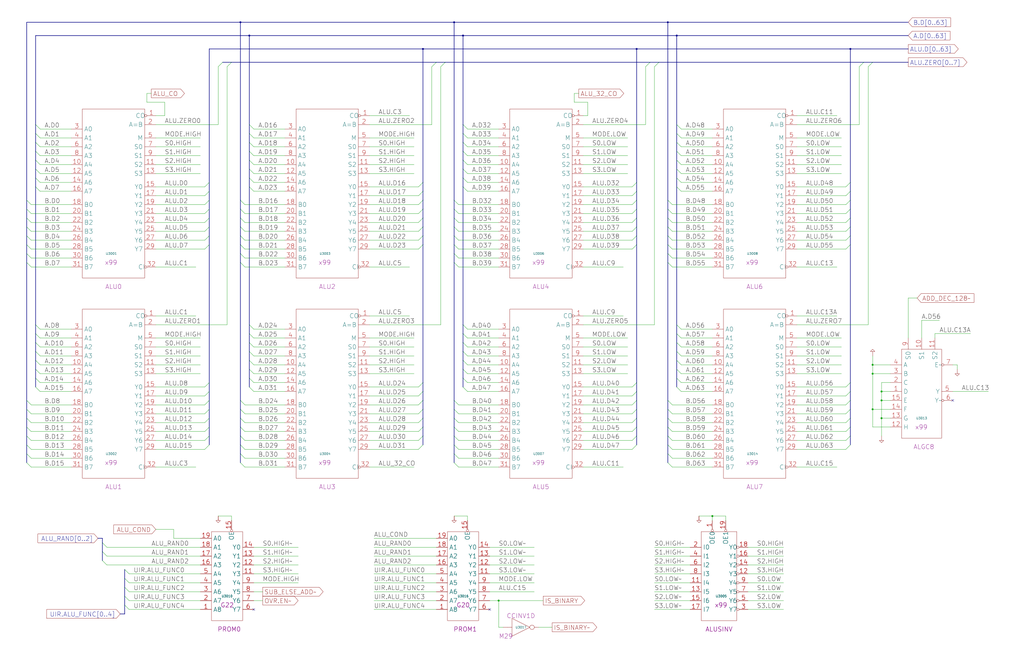
<source format=kicad_sch>
(kicad_sch (version 20211123) (generator eeschema)
  (paper "User" 584.2 378.46)
  (title_block (title "ALU ARRAY\\nMOST SIGNIFICANT BITS") (date "15-MAR-90") (rev "1.0") (comment 1 "TYPE") (comment 2 "232-003062") (comment 3 "S400") (comment 4 "RELEASED"))
  (bus (pts (xy 119.38 104.14) (xy 119.38 109.22)))
  (bus (pts (xy 119.38 109.22) (xy 119.38 114.3)))
  (bus (pts (xy 119.38 114.3) (xy 119.38 119.38)))
  (bus (pts (xy 119.38 119.38) (xy 119.38 124.46)))
  (bus (pts (xy 119.38 124.46) (xy 119.38 129.54)))
  (bus (pts (xy 119.38 129.54) (xy 119.38 134.62)))
  (bus (pts (xy 119.38 134.62) (xy 119.38 139.7)))
  (bus (pts (xy 119.38 139.7) (xy 119.38 218.44)))
  (bus (pts (xy 119.38 218.44) (xy 119.38 223.52)))
  (bus (pts (xy 119.38 223.52) (xy 119.38 228.6)))
  (bus (pts (xy 119.38 228.6) (xy 119.38 233.68)))
  (bus (pts (xy 119.38 233.68) (xy 119.38 238.76)))
  (bus (pts (xy 119.38 238.76) (xy 119.38 243.84)))
  (bus (pts (xy 119.38 243.84) (xy 119.38 248.92)))
  (bus (pts (xy 119.38 248.92) (xy 119.38 254)))
  (bus (pts (xy 119.38 27.94) (xy 119.38 104.14)))
  (bus (pts (xy 119.38 27.94) (xy 241.3 27.94)))
  (bus (pts (xy 127 35.56) (xy 132.08 35.56)))
  (bus (pts (xy 132.08 35.56) (xy 248.92 35.56)))
  (bus (pts (xy 137.16 114.3) (xy 137.16 119.38)))
  (bus (pts (xy 137.16 119.38) (xy 137.16 124.46)))
  (bus (pts (xy 137.16 12.7) (xy 137.16 114.3)))
  (bus (pts (xy 137.16 12.7) (xy 259.08 12.7)))
  (bus (pts (xy 137.16 124.46) (xy 137.16 129.54)))
  (bus (pts (xy 137.16 129.54) (xy 137.16 134.62)))
  (bus (pts (xy 137.16 134.62) (xy 137.16 139.7)))
  (bus (pts (xy 137.16 139.7) (xy 137.16 144.78)))
  (bus (pts (xy 137.16 144.78) (xy 137.16 149.86)))
  (bus (pts (xy 137.16 149.86) (xy 137.16 228.6)))
  (bus (pts (xy 137.16 228.6) (xy 137.16 233.68)))
  (bus (pts (xy 137.16 233.68) (xy 137.16 238.76)))
  (bus (pts (xy 137.16 238.76) (xy 137.16 243.84)))
  (bus (pts (xy 137.16 243.84) (xy 137.16 248.92)))
  (bus (pts (xy 137.16 248.92) (xy 137.16 254)))
  (bus (pts (xy 137.16 254) (xy 137.16 259.08)))
  (bus (pts (xy 137.16 259.08) (xy 137.16 264.16)))
  (bus (pts (xy 142.24 101.6) (xy 142.24 106.68)))
  (bus (pts (xy 142.24 106.68) (xy 142.24 185.42)))
  (bus (pts (xy 142.24 185.42) (xy 142.24 190.5)))
  (bus (pts (xy 142.24 190.5) (xy 142.24 195.58)))
  (bus (pts (xy 142.24 195.58) (xy 142.24 200.66)))
  (bus (pts (xy 142.24 20.32) (xy 142.24 71.12)))
  (bus (pts (xy 142.24 20.32) (xy 264.16 20.32)))
  (bus (pts (xy 142.24 200.66) (xy 142.24 205.74)))
  (bus (pts (xy 142.24 205.74) (xy 142.24 210.82)))
  (bus (pts (xy 142.24 210.82) (xy 142.24 215.9)))
  (bus (pts (xy 142.24 215.9) (xy 142.24 220.98)))
  (bus (pts (xy 142.24 71.12) (xy 142.24 76.2)))
  (bus (pts (xy 142.24 76.2) (xy 142.24 81.28)))
  (bus (pts (xy 142.24 81.28) (xy 142.24 86.36)))
  (bus (pts (xy 142.24 86.36) (xy 142.24 91.44)))
  (bus (pts (xy 142.24 91.44) (xy 142.24 96.52)))
  (bus (pts (xy 142.24 96.52) (xy 142.24 101.6)))
  (bus (pts (xy 15.24 114.3) (xy 15.24 119.38)))
  (bus (pts (xy 15.24 119.38) (xy 15.24 124.46)))
  (bus (pts (xy 15.24 12.7) (xy 137.16 12.7)))
  (bus (pts (xy 15.24 12.7) (xy 15.24 114.3)))
  (bus (pts (xy 15.24 124.46) (xy 15.24 129.54)))
  (bus (pts (xy 15.24 129.54) (xy 15.24 134.62)))
  (bus (pts (xy 15.24 134.62) (xy 15.24 139.7)))
  (bus (pts (xy 15.24 139.7) (xy 15.24 144.78)))
  (bus (pts (xy 15.24 144.78) (xy 15.24 149.86)))
  (bus (pts (xy 15.24 149.86) (xy 15.24 228.6)))
  (bus (pts (xy 15.24 228.6) (xy 15.24 233.68)))
  (bus (pts (xy 15.24 233.68) (xy 15.24 238.76)))
  (bus (pts (xy 15.24 238.76) (xy 15.24 243.84)))
  (bus (pts (xy 15.24 243.84) (xy 15.24 248.92)))
  (bus (pts (xy 15.24 248.92) (xy 15.24 254)))
  (bus (pts (xy 15.24 254) (xy 15.24 259.08)))
  (bus (pts (xy 15.24 259.08) (xy 15.24 264.16)))
  (bus (pts (xy 20.32 101.6) (xy 20.32 106.68)))
  (bus (pts (xy 20.32 106.68) (xy 20.32 185.42)))
  (bus (pts (xy 20.32 185.42) (xy 20.32 190.5)))
  (bus (pts (xy 20.32 190.5) (xy 20.32 195.58)))
  (bus (pts (xy 20.32 195.58) (xy 20.32 200.66)))
  (bus (pts (xy 20.32 20.32) (xy 142.24 20.32)))
  (bus (pts (xy 20.32 20.32) (xy 20.32 71.12)))
  (bus (pts (xy 20.32 200.66) (xy 20.32 205.74)))
  (bus (pts (xy 20.32 205.74) (xy 20.32 210.82)))
  (bus (pts (xy 20.32 210.82) (xy 20.32 215.9)))
  (bus (pts (xy 20.32 215.9) (xy 20.32 220.98)))
  (bus (pts (xy 20.32 71.12) (xy 20.32 76.2)))
  (bus (pts (xy 20.32 76.2) (xy 20.32 81.28)))
  (bus (pts (xy 20.32 81.28) (xy 20.32 86.36)))
  (bus (pts (xy 20.32 86.36) (xy 20.32 91.44)))
  (bus (pts (xy 20.32 91.44) (xy 20.32 96.52)))
  (bus (pts (xy 20.32 96.52) (xy 20.32 101.6)))
  (bus (pts (xy 241.3 104.14) (xy 241.3 109.22)))
  (bus (pts (xy 241.3 109.22) (xy 241.3 114.3)))
  (bus (pts (xy 241.3 114.3) (xy 241.3 119.38)))
  (bus (pts (xy 241.3 119.38) (xy 241.3 124.46)))
  (bus (pts (xy 241.3 124.46) (xy 241.3 129.54)))
  (bus (pts (xy 241.3 129.54) (xy 241.3 134.62)))
  (bus (pts (xy 241.3 134.62) (xy 241.3 139.7)))
  (bus (pts (xy 241.3 139.7) (xy 241.3 218.44)))
  (bus (pts (xy 241.3 218.44) (xy 241.3 223.52)))
  (bus (pts (xy 241.3 223.52) (xy 241.3 228.6)))
  (bus (pts (xy 241.3 228.6) (xy 241.3 233.68)))
  (bus (pts (xy 241.3 233.68) (xy 241.3 238.76)))
  (bus (pts (xy 241.3 238.76) (xy 241.3 243.84)))
  (bus (pts (xy 241.3 243.84) (xy 241.3 248.92)))
  (bus (pts (xy 241.3 248.92) (xy 241.3 254)))
  (bus (pts (xy 241.3 27.94) (xy 241.3 104.14)))
  (bus (pts (xy 241.3 27.94) (xy 363.22 27.94)))
  (bus (pts (xy 248.92 35.56) (xy 254 35.56)))
  (bus (pts (xy 254 35.56) (xy 370.84 35.56)))
  (bus (pts (xy 259.08 114.3) (xy 259.08 119.38)))
  (bus (pts (xy 259.08 119.38) (xy 259.08 124.46)))
  (bus (pts (xy 259.08 12.7) (xy 259.08 114.3)))
  (bus (pts (xy 259.08 12.7) (xy 381 12.7)))
  (bus (pts (xy 259.08 124.46) (xy 259.08 129.54)))
  (bus (pts (xy 259.08 129.54) (xy 259.08 134.62)))
  (bus (pts (xy 259.08 134.62) (xy 259.08 139.7)))
  (bus (pts (xy 259.08 139.7) (xy 259.08 144.78)))
  (bus (pts (xy 259.08 144.78) (xy 259.08 149.86)))
  (bus (pts (xy 259.08 149.86) (xy 259.08 228.6)))
  (bus (pts (xy 259.08 228.6) (xy 259.08 233.68)))
  (bus (pts (xy 259.08 233.68) (xy 259.08 238.76)))
  (bus (pts (xy 259.08 238.76) (xy 259.08 243.84)))
  (bus (pts (xy 259.08 243.84) (xy 259.08 248.92)))
  (bus (pts (xy 259.08 248.92) (xy 259.08 254)))
  (bus (pts (xy 259.08 254) (xy 259.08 259.08)))
  (bus (pts (xy 259.08 259.08) (xy 259.08 264.16)))
  (bus (pts (xy 264.16 101.6) (xy 264.16 106.68)))
  (bus (pts (xy 264.16 106.68) (xy 264.16 185.42)))
  (bus (pts (xy 264.16 185.42) (xy 264.16 190.5)))
  (bus (pts (xy 264.16 190.5) (xy 264.16 195.58)))
  (bus (pts (xy 264.16 195.58) (xy 264.16 200.66)))
  (bus (pts (xy 264.16 20.32) (xy 264.16 71.12)))
  (bus (pts (xy 264.16 20.32) (xy 386.08 20.32)))
  (bus (pts (xy 264.16 200.66) (xy 264.16 205.74)))
  (bus (pts (xy 264.16 205.74) (xy 264.16 210.82)))
  (bus (pts (xy 264.16 210.82) (xy 264.16 215.9)))
  (bus (pts (xy 264.16 215.9) (xy 264.16 220.98)))
  (bus (pts (xy 264.16 71.12) (xy 264.16 76.2)))
  (bus (pts (xy 264.16 76.2) (xy 264.16 81.28)))
  (bus (pts (xy 264.16 81.28) (xy 264.16 86.36)))
  (bus (pts (xy 264.16 86.36) (xy 264.16 91.44)))
  (bus (pts (xy 264.16 91.44) (xy 264.16 96.52)))
  (bus (pts (xy 264.16 96.52) (xy 264.16 101.6)))
  (bus (pts (xy 363.22 104.14) (xy 363.22 109.22)))
  (bus (pts (xy 363.22 109.22) (xy 363.22 114.3)))
  (bus (pts (xy 363.22 114.3) (xy 363.22 119.38)))
  (bus (pts (xy 363.22 119.38) (xy 363.22 124.46)))
  (bus (pts (xy 363.22 124.46) (xy 363.22 129.54)))
  (bus (pts (xy 363.22 129.54) (xy 363.22 134.62)))
  (bus (pts (xy 363.22 134.62) (xy 363.22 139.7)))
  (bus (pts (xy 363.22 139.7) (xy 363.22 218.44)))
  (bus (pts (xy 363.22 218.44) (xy 363.22 223.52)))
  (bus (pts (xy 363.22 223.52) (xy 363.22 228.6)))
  (bus (pts (xy 363.22 228.6) (xy 363.22 233.68)))
  (bus (pts (xy 363.22 233.68) (xy 363.22 238.76)))
  (bus (pts (xy 363.22 238.76) (xy 363.22 243.84)))
  (bus (pts (xy 363.22 243.84) (xy 363.22 248.92)))
  (bus (pts (xy 363.22 248.92) (xy 363.22 254)))
  (bus (pts (xy 363.22 27.94) (xy 363.22 104.14)))
  (bus (pts (xy 363.22 27.94) (xy 485.14 27.94)))
  (bus (pts (xy 370.84 35.56) (xy 375.92 35.56)))
  (bus (pts (xy 375.92 35.56) (xy 492.76 35.56)))
  (bus (pts (xy 381 114.3) (xy 381 119.38)))
  (bus (pts (xy 381 119.38) (xy 381 124.46)))
  (bus (pts (xy 381 12.7) (xy 381 114.3)))
  (bus (pts (xy 381 12.7) (xy 518.16 12.7)))
  (bus (pts (xy 381 124.46) (xy 381 129.54)))
  (bus (pts (xy 381 129.54) (xy 381 134.62)))
  (bus (pts (xy 381 134.62) (xy 381 139.7)))
  (bus (pts (xy 381 139.7) (xy 381 144.78)))
  (bus (pts (xy 381 144.78) (xy 381 149.86)))
  (bus (pts (xy 381 149.86) (xy 381 228.6)))
  (bus (pts (xy 381 228.6) (xy 381 233.68)))
  (bus (pts (xy 381 233.68) (xy 381 238.76)))
  (bus (pts (xy 381 238.76) (xy 381 243.84)))
  (bus (pts (xy 381 243.84) (xy 381 248.92)))
  (bus (pts (xy 381 248.92) (xy 381 254)))
  (bus (pts (xy 381 254) (xy 381 259.08)))
  (bus (pts (xy 381 259.08) (xy 381 264.16)))
  (bus (pts (xy 386.08 101.6) (xy 386.08 106.68)))
  (bus (pts (xy 386.08 106.68) (xy 386.08 185.42)))
  (bus (pts (xy 386.08 185.42) (xy 386.08 190.5)))
  (bus (pts (xy 386.08 190.5) (xy 386.08 195.58)))
  (bus (pts (xy 386.08 195.58) (xy 386.08 200.66)))
  (bus (pts (xy 386.08 20.32) (xy 386.08 71.12)))
  (bus (pts (xy 386.08 20.32) (xy 518.16 20.32)))
  (bus (pts (xy 386.08 200.66) (xy 386.08 205.74)))
  (bus (pts (xy 386.08 205.74) (xy 386.08 210.82)))
  (bus (pts (xy 386.08 210.82) (xy 386.08 215.9)))
  (bus (pts (xy 386.08 215.9) (xy 386.08 220.98)))
  (bus (pts (xy 386.08 71.12) (xy 386.08 76.2)))
  (bus (pts (xy 386.08 76.2) (xy 386.08 81.28)))
  (bus (pts (xy 386.08 81.28) (xy 386.08 86.36)))
  (bus (pts (xy 386.08 86.36) (xy 386.08 91.44)))
  (bus (pts (xy 386.08 91.44) (xy 386.08 96.52)))
  (bus (pts (xy 386.08 96.52) (xy 386.08 101.6)))
  (bus (pts (xy 485.14 104.14) (xy 485.14 109.22)))
  (bus (pts (xy 485.14 109.22) (xy 485.14 114.3)))
  (bus (pts (xy 485.14 114.3) (xy 485.14 119.38)))
  (bus (pts (xy 485.14 119.38) (xy 485.14 124.46)))
  (bus (pts (xy 485.14 124.46) (xy 485.14 129.54)))
  (bus (pts (xy 485.14 129.54) (xy 485.14 134.62)))
  (bus (pts (xy 485.14 134.62) (xy 485.14 139.7)))
  (bus (pts (xy 485.14 139.7) (xy 485.14 218.44)))
  (bus (pts (xy 485.14 218.44) (xy 485.14 223.52)))
  (bus (pts (xy 485.14 223.52) (xy 485.14 228.6)))
  (bus (pts (xy 485.14 228.6) (xy 485.14 233.68)))
  (bus (pts (xy 485.14 233.68) (xy 485.14 238.76)))
  (bus (pts (xy 485.14 238.76) (xy 485.14 243.84)))
  (bus (pts (xy 485.14 243.84) (xy 485.14 248.92)))
  (bus (pts (xy 485.14 248.92) (xy 485.14 254)))
  (bus (pts (xy 485.14 27.94) (xy 485.14 104.14)))
  (bus (pts (xy 485.14 27.94) (xy 518.16 27.94)))
  (bus (pts (xy 492.76 35.56) (xy 497.84 35.56)))
  (bus (pts (xy 497.84 35.56) (xy 518.16 35.56)))
  (bus (pts (xy 55.88 307.34) (xy 58.42 307.34)))
  (bus (pts (xy 58.42 307.34) (xy 58.42 309.88)))
  (bus (pts (xy 58.42 309.88) (xy 58.42 314.96)))
  (bus (pts (xy 58.42 314.96) (xy 58.42 320.04)))
  (bus (pts (xy 68.58 350.52) (xy 71.12 350.52)))
  (bus (pts (xy 71.12 325.12) (xy 71.12 330.2)))
  (bus (pts (xy 71.12 330.2) (xy 71.12 335.28)))
  (bus (pts (xy 71.12 335.28) (xy 71.12 340.36)))
  (bus (pts (xy 71.12 340.36) (xy 71.12 345.44)))
  (bus (pts (xy 71.12 345.44) (xy 71.12 350.52)))
  (wire (pts (xy 114.3 307.34) (xy 99.06 307.34)))
  (wire (pts (xy 124.46 294.64) (xy 132.08 294.64)))
  (wire (pts (xy 124.46 38.1) (xy 124.46 71.12)))
  (wire (pts (xy 129.54 38.1) (xy 129.54 185.42)))
  (wire (pts (xy 132.08 294.64) (xy 132.08 297.18)))
  (wire (pts (xy 139.7 116.84) (xy 162.56 116.84)))
  (wire (pts (xy 139.7 121.92) (xy 162.56 121.92)))
  (wire (pts (xy 139.7 127) (xy 162.56 127)))
  (wire (pts (xy 139.7 132.08) (xy 162.56 132.08)))
  (wire (pts (xy 139.7 137.16) (xy 162.56 137.16)))
  (wire (pts (xy 139.7 142.24) (xy 162.56 142.24)))
  (wire (pts (xy 139.7 147.32) (xy 162.56 147.32)))
  (wire (pts (xy 139.7 152.4) (xy 162.56 152.4)))
  (wire (pts (xy 139.7 231.14) (xy 162.56 231.14)))
  (wire (pts (xy 139.7 236.22) (xy 162.56 236.22)))
  (wire (pts (xy 139.7 241.3) (xy 162.56 241.3)))
  (wire (pts (xy 139.7 246.38) (xy 162.56 246.38)))
  (wire (pts (xy 139.7 251.46) (xy 162.56 251.46)))
  (wire (pts (xy 139.7 256.54) (xy 162.56 256.54)))
  (wire (pts (xy 139.7 261.62) (xy 162.56 261.62)))
  (wire (pts (xy 139.7 266.7) (xy 162.56 266.7)))
  (wire (pts (xy 144.78 104.14) (xy 162.56 104.14)))
  (wire (pts (xy 144.78 109.22) (xy 162.56 109.22)))
  (wire (pts (xy 144.78 187.96) (xy 162.56 187.96)))
  (wire (pts (xy 144.78 193.04) (xy 162.56 193.04)))
  (wire (pts (xy 144.78 198.12) (xy 162.56 198.12)))
  (wire (pts (xy 144.78 203.2) (xy 162.56 203.2)))
  (wire (pts (xy 144.78 208.28) (xy 162.56 208.28)))
  (wire (pts (xy 144.78 213.36) (xy 162.56 213.36)))
  (wire (pts (xy 144.78 218.44) (xy 162.56 218.44)))
  (wire (pts (xy 144.78 223.52) (xy 162.56 223.52)))
  (wire (pts (xy 144.78 322.58) (xy 170.18 322.58)))
  (wire (pts (xy 144.78 332.74) (xy 170.18 332.74)))
  (wire (pts (xy 144.78 337.82) (xy 149.86 337.82)))
  (wire (pts (xy 144.78 342.9) (xy 149.86 342.9)))
  (wire (pts (xy 144.78 73.66) (xy 162.56 73.66)))
  (wire (pts (xy 144.78 78.74) (xy 162.56 78.74)))
  (wire (pts (xy 144.78 83.82) (xy 162.56 83.82)))
  (wire (pts (xy 144.78 88.9) (xy 162.56 88.9)))
  (wire (pts (xy 144.78 93.98) (xy 162.56 93.98)))
  (wire (pts (xy 144.78 99.06) (xy 162.56 99.06)))
  (wire (pts (xy 17.78 116.84) (xy 40.64 116.84)))
  (wire (pts (xy 17.78 121.92) (xy 40.64 121.92)))
  (wire (pts (xy 17.78 127) (xy 40.64 127)))
  (wire (pts (xy 17.78 132.08) (xy 40.64 132.08)))
  (wire (pts (xy 17.78 137.16) (xy 40.64 137.16)))
  (wire (pts (xy 17.78 142.24) (xy 40.64 142.24)))
  (wire (pts (xy 17.78 147.32) (xy 40.64 147.32)))
  (wire (pts (xy 17.78 152.4) (xy 40.64 152.4)))
  (wire (pts (xy 17.78 231.14) (xy 40.64 231.14)))
  (wire (pts (xy 17.78 236.22) (xy 40.64 236.22)))
  (wire (pts (xy 17.78 241.3) (xy 40.64 241.3)))
  (wire (pts (xy 17.78 246.38) (xy 40.64 246.38)))
  (wire (pts (xy 17.78 251.46) (xy 40.64 251.46)))
  (wire (pts (xy 17.78 256.54) (xy 40.64 256.54)))
  (wire (pts (xy 17.78 261.62) (xy 40.64 261.62)))
  (wire (pts (xy 17.78 266.7) (xy 40.64 266.7)))
  (wire (pts (xy 170.18 312.42) (xy 144.78 312.42)))
  (wire (pts (xy 170.18 317.5) (xy 144.78 317.5)))
  (wire (pts (xy 170.18 327.66) (xy 144.78 327.66)))
  (wire (pts (xy 210.82 106.68) (xy 238.76 106.68)))
  (wire (pts (xy 210.82 111.76) (xy 238.76 111.76)))
  (wire (pts (xy 210.82 116.84) (xy 238.76 116.84)))
  (wire (pts (xy 210.82 121.92) (xy 238.76 121.92)))
  (wire (pts (xy 210.82 127) (xy 238.76 127)))
  (wire (pts (xy 210.82 132.08) (xy 238.76 132.08)))
  (wire (pts (xy 210.82 137.16) (xy 238.76 137.16)))
  (wire (pts (xy 210.82 142.24) (xy 238.76 142.24)))
  (wire (pts (xy 210.82 152.4) (xy 233.68 152.4)))
  (wire (pts (xy 210.82 180.34) (xy 233.68 180.34)))
  (wire (pts (xy 210.82 185.42) (xy 251.46 185.42)))
  (wire (pts (xy 210.82 193.04) (xy 236.22 193.04)))
  (wire (pts (xy 210.82 198.12) (xy 236.22 198.12)))
  (wire (pts (xy 210.82 203.2) (xy 236.22 203.2)))
  (wire (pts (xy 210.82 208.28) (xy 236.22 208.28)))
  (wire (pts (xy 210.82 213.36) (xy 236.22 213.36)))
  (wire (pts (xy 210.82 220.98) (xy 238.76 220.98)))
  (wire (pts (xy 210.82 226.06) (xy 238.76 226.06)))
  (wire (pts (xy 210.82 231.14) (xy 238.76 231.14)))
  (wire (pts (xy 210.82 236.22) (xy 238.76 236.22)))
  (wire (pts (xy 210.82 241.3) (xy 238.76 241.3)))
  (wire (pts (xy 210.82 246.38) (xy 238.76 246.38)))
  (wire (pts (xy 210.82 251.46) (xy 238.76 251.46)))
  (wire (pts (xy 210.82 256.54) (xy 238.76 256.54)))
  (wire (pts (xy 210.82 266.7) (xy 236.22 266.7)))
  (wire (pts (xy 210.82 66.04) (xy 233.68 66.04)))
  (wire (pts (xy 210.82 71.12) (xy 246.38 71.12)))
  (wire (pts (xy 210.82 78.74) (xy 236.22 78.74)))
  (wire (pts (xy 210.82 83.82) (xy 236.22 83.82)))
  (wire (pts (xy 210.82 88.9) (xy 236.22 88.9)))
  (wire (pts (xy 210.82 93.98) (xy 236.22 93.98)))
  (wire (pts (xy 210.82 99.06) (xy 236.22 99.06)))
  (wire (pts (xy 213.36 307.34) (xy 248.92 307.34)))
  (wire (pts (xy 213.36 312.42) (xy 248.92 312.42)))
  (wire (pts (xy 213.36 317.5) (xy 248.92 317.5)))
  (wire (pts (xy 213.36 322.58) (xy 248.92 322.58)))
  (wire (pts (xy 213.36 327.66) (xy 248.92 327.66)))
  (wire (pts (xy 213.36 332.74) (xy 248.92 332.74)))
  (wire (pts (xy 213.36 337.82) (xy 248.92 337.82)))
  (wire (pts (xy 213.36 342.9) (xy 248.92 342.9)))
  (wire (pts (xy 213.36 347.98) (xy 248.92 347.98)))
  (wire (pts (xy 22.86 104.14) (xy 40.64 104.14)))
  (wire (pts (xy 22.86 109.22) (xy 40.64 109.22)))
  (wire (pts (xy 22.86 187.96) (xy 40.64 187.96)))
  (wire (pts (xy 22.86 193.04) (xy 40.64 193.04)))
  (wire (pts (xy 22.86 198.12) (xy 40.64 198.12)))
  (wire (pts (xy 22.86 203.2) (xy 40.64 203.2)))
  (wire (pts (xy 22.86 208.28) (xy 40.64 208.28)))
  (wire (pts (xy 22.86 213.36) (xy 40.64 213.36)))
  (wire (pts (xy 22.86 218.44) (xy 40.64 218.44)))
  (wire (pts (xy 22.86 223.52) (xy 40.64 223.52)))
  (wire (pts (xy 22.86 73.66) (xy 40.64 73.66)))
  (wire (pts (xy 22.86 78.74) (xy 40.64 78.74)))
  (wire (pts (xy 22.86 83.82) (xy 40.64 83.82)))
  (wire (pts (xy 22.86 88.9) (xy 40.64 88.9)))
  (wire (pts (xy 22.86 93.98) (xy 40.64 93.98)))
  (wire (pts (xy 22.86 99.06) (xy 40.64 99.06)))
  (wire (pts (xy 246.38 38.1) (xy 246.38 71.12)))
  (wire (pts (xy 251.46 38.1) (xy 251.46 185.42)))
  (wire (pts (xy 259.08 294.64) (xy 266.7 294.64)))
  (wire (pts (xy 261.62 116.84) (xy 284.48 116.84)))
  (wire (pts (xy 261.62 121.92) (xy 284.48 121.92)))
  (wire (pts (xy 261.62 127) (xy 284.48 127)))
  (wire (pts (xy 261.62 132.08) (xy 284.48 132.08)))
  (wire (pts (xy 261.62 137.16) (xy 284.48 137.16)))
  (wire (pts (xy 261.62 142.24) (xy 284.48 142.24)))
  (wire (pts (xy 261.62 147.32) (xy 284.48 147.32)))
  (wire (pts (xy 261.62 152.4) (xy 284.48 152.4)))
  (wire (pts (xy 261.62 231.14) (xy 284.48 231.14)))
  (wire (pts (xy 261.62 236.22) (xy 284.48 236.22)))
  (wire (pts (xy 261.62 241.3) (xy 284.48 241.3)))
  (wire (pts (xy 261.62 246.38) (xy 284.48 246.38)))
  (wire (pts (xy 261.62 251.46) (xy 284.48 251.46)))
  (wire (pts (xy 261.62 256.54) (xy 284.48 256.54)))
  (wire (pts (xy 261.62 261.62) (xy 284.48 261.62)))
  (wire (pts (xy 261.62 266.7) (xy 284.48 266.7)))
  (wire (pts (xy 266.7 104.14) (xy 284.48 104.14)))
  (wire (pts (xy 266.7 109.22) (xy 284.48 109.22)))
  (wire (pts (xy 266.7 187.96) (xy 284.48 187.96)))
  (wire (pts (xy 266.7 193.04) (xy 284.48 193.04)))
  (wire (pts (xy 266.7 198.12) (xy 284.48 198.12)))
  (wire (pts (xy 266.7 203.2) (xy 284.48 203.2)))
  (wire (pts (xy 266.7 208.28) (xy 284.48 208.28)))
  (wire (pts (xy 266.7 213.36) (xy 284.48 213.36)))
  (wire (pts (xy 266.7 218.44) (xy 284.48 218.44)))
  (wire (pts (xy 266.7 223.52) (xy 284.48 223.52)))
  (wire (pts (xy 266.7 294.64) (xy 266.7 297.18)))
  (wire (pts (xy 266.7 73.66) (xy 284.48 73.66)))
  (wire (pts (xy 266.7 78.74) (xy 284.48 78.74)))
  (wire (pts (xy 266.7 83.82) (xy 284.48 83.82)))
  (wire (pts (xy 266.7 88.9) (xy 284.48 88.9)))
  (wire (pts (xy 266.7 93.98) (xy 284.48 93.98)))
  (wire (pts (xy 266.7 99.06) (xy 284.48 99.06)))
  (wire (pts (xy 279.4 312.42) (xy 304.8 312.42)))
  (wire (pts (xy 279.4 317.5) (xy 304.8 317.5)))
  (wire (pts (xy 279.4 322.58) (xy 304.8 322.58)))
  (wire (pts (xy 279.4 327.66) (xy 304.8 327.66)))
  (wire (pts (xy 279.4 332.74) (xy 304.8 332.74)))
  (wire (pts (xy 279.4 337.82) (xy 304.8 337.82)))
  (wire (pts (xy 284.48 342.9) (xy 279.4 342.9)))
  (wire (pts (xy 284.48 342.9) (xy 309.88 342.9)))
  (wire (pts (xy 284.48 358.14) (xy 284.48 342.9)))
  (wire (pts (xy 287.02 358.14) (xy 284.48 358.14)))
  (wire (pts (xy 307.34 358.14) (xy 314.96 358.14)))
  (wire (pts (xy 327.66 53.34) (xy 330.2 53.34)))
  (wire (pts (xy 327.66 58.42) (xy 327.66 53.34)))
  (wire (pts (xy 332.74 106.68) (xy 360.68 106.68)))
  (wire (pts (xy 332.74 111.76) (xy 360.68 111.76)))
  (wire (pts (xy 332.74 116.84) (xy 360.68 116.84)))
  (wire (pts (xy 332.74 121.92) (xy 360.68 121.92)))
  (wire (pts (xy 332.74 127) (xy 360.68 127)))
  (wire (pts (xy 332.74 132.08) (xy 360.68 132.08)))
  (wire (pts (xy 332.74 137.16) (xy 360.68 137.16)))
  (wire (pts (xy 332.74 142.24) (xy 360.68 142.24)))
  (wire (pts (xy 332.74 152.4) (xy 355.6 152.4)))
  (wire (pts (xy 332.74 180.34) (xy 355.6 180.34)))
  (wire (pts (xy 332.74 185.42) (xy 373.38 185.42)))
  (wire (pts (xy 332.74 193.04) (xy 358.14 193.04)))
  (wire (pts (xy 332.74 198.12) (xy 358.14 198.12)))
  (wire (pts (xy 332.74 203.2) (xy 358.14 203.2)))
  (wire (pts (xy 332.74 208.28) (xy 358.14 208.28)))
  (wire (pts (xy 332.74 213.36) (xy 358.14 213.36)))
  (wire (pts (xy 332.74 220.98) (xy 360.68 220.98)))
  (wire (pts (xy 332.74 226.06) (xy 360.68 226.06)))
  (wire (pts (xy 332.74 231.14) (xy 360.68 231.14)))
  (wire (pts (xy 332.74 236.22) (xy 360.68 236.22)))
  (wire (pts (xy 332.74 241.3) (xy 360.68 241.3)))
  (wire (pts (xy 332.74 246.38) (xy 360.68 246.38)))
  (wire (pts (xy 332.74 251.46) (xy 360.68 251.46)))
  (wire (pts (xy 332.74 256.54) (xy 360.68 256.54)))
  (wire (pts (xy 332.74 266.7) (xy 355.6 266.7)))
  (wire (pts (xy 332.74 66.04) (xy 335.28 66.04)))
  (wire (pts (xy 332.74 71.12) (xy 368.3 71.12)))
  (wire (pts (xy 332.74 78.74) (xy 358.14 78.74)))
  (wire (pts (xy 332.74 83.82) (xy 358.14 83.82)))
  (wire (pts (xy 332.74 88.9) (xy 358.14 88.9)))
  (wire (pts (xy 332.74 93.98) (xy 358.14 93.98)))
  (wire (pts (xy 332.74 99.06) (xy 358.14 99.06)))
  (wire (pts (xy 335.28 58.42) (xy 327.66 58.42)))
  (wire (pts (xy 335.28 66.04) (xy 335.28 58.42)))
  (wire (pts (xy 368.3 38.1) (xy 368.3 71.12)))
  (wire (pts (xy 373.38 312.42) (xy 393.7 312.42)))
  (wire (pts (xy 373.38 317.5) (xy 393.7 317.5)))
  (wire (pts (xy 373.38 322.58) (xy 393.7 322.58)))
  (wire (pts (xy 373.38 327.66) (xy 393.7 327.66)))
  (wire (pts (xy 373.38 332.74) (xy 393.7 332.74)))
  (wire (pts (xy 373.38 337.82) (xy 393.7 337.82)))
  (wire (pts (xy 373.38 342.9) (xy 393.7 342.9)))
  (wire (pts (xy 373.38 347.98) (xy 393.7 347.98)))
  (wire (pts (xy 373.38 38.1) (xy 373.38 185.42)))
  (wire (pts (xy 383.54 116.84) (xy 406.4 116.84)))
  (wire (pts (xy 383.54 121.92) (xy 406.4 121.92)))
  (wire (pts (xy 383.54 127) (xy 406.4 127)))
  (wire (pts (xy 383.54 132.08) (xy 406.4 132.08)))
  (wire (pts (xy 383.54 137.16) (xy 406.4 137.16)))
  (wire (pts (xy 383.54 142.24) (xy 406.4 142.24)))
  (wire (pts (xy 383.54 147.32) (xy 406.4 147.32)))
  (wire (pts (xy 383.54 152.4) (xy 406.4 152.4)))
  (wire (pts (xy 383.54 231.14) (xy 406.4 231.14)))
  (wire (pts (xy 383.54 236.22) (xy 406.4 236.22)))
  (wire (pts (xy 383.54 241.3) (xy 406.4 241.3)))
  (wire (pts (xy 383.54 246.38) (xy 406.4 246.38)))
  (wire (pts (xy 383.54 251.46) (xy 406.4 251.46)))
  (wire (pts (xy 383.54 256.54) (xy 406.4 256.54)))
  (wire (pts (xy 383.54 261.62) (xy 406.4 261.62)))
  (wire (pts (xy 383.54 266.7) (xy 406.4 266.7)))
  (wire (pts (xy 388.62 104.14) (xy 406.4 104.14)))
  (wire (pts (xy 388.62 109.22) (xy 406.4 109.22)))
  (wire (pts (xy 388.62 187.96) (xy 406.4 187.96)))
  (wire (pts (xy 388.62 193.04) (xy 406.4 193.04)))
  (wire (pts (xy 388.62 198.12) (xy 406.4 198.12)))
  (wire (pts (xy 388.62 203.2) (xy 406.4 203.2)))
  (wire (pts (xy 388.62 208.28) (xy 406.4 208.28)))
  (wire (pts (xy 388.62 213.36) (xy 406.4 213.36)))
  (wire (pts (xy 388.62 218.44) (xy 406.4 218.44)))
  (wire (pts (xy 388.62 223.52) (xy 406.4 223.52)))
  (wire (pts (xy 388.62 73.66) (xy 406.4 73.66)))
  (wire (pts (xy 388.62 78.74) (xy 406.4 78.74)))
  (wire (pts (xy 388.62 83.82) (xy 406.4 83.82)))
  (wire (pts (xy 388.62 88.9) (xy 406.4 88.9)))
  (wire (pts (xy 388.62 93.98) (xy 406.4 93.98)))
  (wire (pts (xy 388.62 99.06) (xy 406.4 99.06)))
  (wire (pts (xy 398.78 294.64) (xy 406.4 294.64)))
  (wire (pts (xy 406.4 294.64) (xy 406.4 297.18)))
  (wire (pts (xy 406.4 294.64) (xy 414.02 294.64)))
  (wire (pts (xy 414.02 294.64) (xy 414.02 297.18)))
  (wire (pts (xy 426.72 312.42) (xy 447.04 312.42)))
  (wire (pts (xy 426.72 317.5) (xy 447.04 317.5)))
  (wire (pts (xy 426.72 322.58) (xy 447.04 322.58)))
  (wire (pts (xy 426.72 327.66) (xy 447.04 327.66)))
  (wire (pts (xy 426.72 332.74) (xy 447.04 332.74)))
  (wire (pts (xy 426.72 337.82) (xy 447.04 337.82)))
  (wire (pts (xy 426.72 342.9) (xy 447.04 342.9)))
  (wire (pts (xy 426.72 347.98) (xy 447.04 347.98)))
  (wire (pts (xy 454.66 106.68) (xy 482.6 106.68)))
  (wire (pts (xy 454.66 111.76) (xy 482.6 111.76)))
  (wire (pts (xy 454.66 116.84) (xy 482.6 116.84)))
  (wire (pts (xy 454.66 121.92) (xy 482.6 121.92)))
  (wire (pts (xy 454.66 127) (xy 482.6 127)))
  (wire (pts (xy 454.66 132.08) (xy 482.6 132.08)))
  (wire (pts (xy 454.66 137.16) (xy 482.6 137.16)))
  (wire (pts (xy 454.66 142.24) (xy 482.6 142.24)))
  (wire (pts (xy 454.66 152.4) (xy 477.52 152.4)))
  (wire (pts (xy 454.66 180.34) (xy 477.52 180.34)))
  (wire (pts (xy 454.66 185.42) (xy 495.3 185.42)))
  (wire (pts (xy 454.66 193.04) (xy 480.06 193.04)))
  (wire (pts (xy 454.66 198.12) (xy 480.06 198.12)))
  (wire (pts (xy 454.66 203.2) (xy 480.06 203.2)))
  (wire (pts (xy 454.66 208.28) (xy 480.06 208.28)))
  (wire (pts (xy 454.66 213.36) (xy 480.06 213.36)))
  (wire (pts (xy 454.66 220.98) (xy 482.6 220.98)))
  (wire (pts (xy 454.66 226.06) (xy 482.6 226.06)))
  (wire (pts (xy 454.66 231.14) (xy 482.6 231.14)))
  (wire (pts (xy 454.66 236.22) (xy 482.6 236.22)))
  (wire (pts (xy 454.66 241.3) (xy 482.6 241.3)))
  (wire (pts (xy 454.66 246.38) (xy 482.6 246.38)))
  (wire (pts (xy 454.66 251.46) (xy 482.6 251.46)))
  (wire (pts (xy 454.66 256.54) (xy 482.6 256.54)))
  (wire (pts (xy 454.66 266.7) (xy 477.52 266.7)))
  (wire (pts (xy 454.66 66.04) (xy 477.52 66.04)))
  (wire (pts (xy 454.66 71.12) (xy 490.22 71.12)))
  (wire (pts (xy 454.66 78.74) (xy 480.06 78.74)))
  (wire (pts (xy 454.66 83.82) (xy 480.06 83.82)))
  (wire (pts (xy 454.66 88.9) (xy 480.06 88.9)))
  (wire (pts (xy 454.66 93.98) (xy 480.06 93.98)))
  (wire (pts (xy 454.66 99.06) (xy 480.06 99.06)))
  (wire (pts (xy 490.22 38.1) (xy 490.22 71.12)))
  (wire (pts (xy 495.3 38.1) (xy 495.3 185.42)))
  (wire (pts (xy 497.84 203.2) (xy 497.84 208.28)))
  (wire (pts (xy 497.84 208.28) (xy 497.84 213.36)))
  (wire (pts (xy 497.84 208.28) (xy 508 208.28)))
  (wire (pts (xy 497.84 213.36) (xy 497.84 233.68)))
  (wire (pts (xy 497.84 213.36) (xy 508 213.36)))
  (wire (pts (xy 497.84 233.68) (xy 497.84 243.84)))
  (wire (pts (xy 497.84 233.68) (xy 508 233.68)))
  (wire (pts (xy 497.84 243.84) (xy 508 243.84)))
  (wire (pts (xy 502.92 218.44) (xy 502.92 223.52)))
  (wire (pts (xy 502.92 223.52) (xy 502.92 228.6)))
  (wire (pts (xy 502.92 228.6) (xy 502.92 238.76)))
  (wire (pts (xy 502.92 238.76) (xy 502.92 248.92)))
  (wire (pts (xy 508 218.44) (xy 502.92 218.44)))
  (wire (pts (xy 508 223.52) (xy 502.92 223.52)))
  (wire (pts (xy 508 228.6) (xy 502.92 228.6)))
  (wire (pts (xy 508 238.76) (xy 502.92 238.76)))
  (wire (pts (xy 518.16 170.18) (xy 518.16 193.04)))
  (wire (pts (xy 523.24 170.18) (xy 518.16 170.18)))
  (wire (pts (xy 525.78 182.88) (xy 535.94 182.88)))
  (wire (pts (xy 525.78 193.04) (xy 525.78 182.88)))
  (wire (pts (xy 533.4 190.5) (xy 533.4 193.04)))
  (wire (pts (xy 533.4 190.5) (xy 553.72 190.5)))
  (wire (pts (xy 543.56 223.52) (xy 563.88 223.52)))
  (wire (pts (xy 546.1 208.28) (xy 543.56 208.28)))
  (wire (pts (xy 546.1 210.82) (xy 546.1 208.28)))
  (wire (pts (xy 60.96 312.42) (xy 114.3 312.42)))
  (wire (pts (xy 60.96 317.5) (xy 114.3 317.5)))
  (wire (pts (xy 60.96 322.58) (xy 114.3 322.58)))
  (wire (pts (xy 73.66 327.66) (xy 114.3 327.66)))
  (wire (pts (xy 73.66 332.74) (xy 114.3 332.74)))
  (wire (pts (xy 73.66 337.82) (xy 114.3 337.82)))
  (wire (pts (xy 73.66 342.9) (xy 114.3 342.9)))
  (wire (pts (xy 73.66 347.98) (xy 114.3 347.98)))
  (wire (pts (xy 83.82 53.34) (xy 86.36 53.34)))
  (wire (pts (xy 83.82 58.42) (xy 83.82 53.34)))
  (wire (pts (xy 88.9 106.68) (xy 116.84 106.68)))
  (wire (pts (xy 88.9 111.76) (xy 116.84 111.76)))
  (wire (pts (xy 88.9 116.84) (xy 116.84 116.84)))
  (wire (pts (xy 88.9 121.92) (xy 116.84 121.92)))
  (wire (pts (xy 88.9 127) (xy 116.84 127)))
  (wire (pts (xy 88.9 132.08) (xy 116.84 132.08)))
  (wire (pts (xy 88.9 137.16) (xy 116.84 137.16)))
  (wire (pts (xy 88.9 142.24) (xy 116.84 142.24)))
  (wire (pts (xy 88.9 152.4) (xy 111.76 152.4)))
  (wire (pts (xy 88.9 180.34) (xy 111.76 180.34)))
  (wire (pts (xy 88.9 185.42) (xy 129.54 185.42)))
  (wire (pts (xy 88.9 193.04) (xy 114.3 193.04)))
  (wire (pts (xy 88.9 198.12) (xy 114.3 198.12)))
  (wire (pts (xy 88.9 203.2) (xy 114.3 203.2)))
  (wire (pts (xy 88.9 208.28) (xy 114.3 208.28)))
  (wire (pts (xy 88.9 213.36) (xy 114.3 213.36)))
  (wire (pts (xy 88.9 220.98) (xy 116.84 220.98)))
  (wire (pts (xy 88.9 226.06) (xy 116.84 226.06)))
  (wire (pts (xy 88.9 231.14) (xy 116.84 231.14)))
  (wire (pts (xy 88.9 236.22) (xy 116.84 236.22)))
  (wire (pts (xy 88.9 241.3) (xy 116.84 241.3)))
  (wire (pts (xy 88.9 246.38) (xy 116.84 246.38)))
  (wire (pts (xy 88.9 251.46) (xy 116.84 251.46)))
  (wire (pts (xy 88.9 256.54) (xy 116.84 256.54)))
  (wire (pts (xy 88.9 266.7) (xy 111.76 266.7)))
  (wire (pts (xy 88.9 302.26) (xy 99.06 302.26)))
  (wire (pts (xy 88.9 66.04) (xy 93.98 66.04)))
  (wire (pts (xy 88.9 71.12) (xy 124.46 71.12)))
  (wire (pts (xy 88.9 78.74) (xy 114.3 78.74)))
  (wire (pts (xy 88.9 83.82) (xy 114.3 83.82)))
  (wire (pts (xy 88.9 88.9) (xy 114.3 88.9)))
  (wire (pts (xy 88.9 93.98) (xy 114.3 93.98)))
  (wire (pts (xy 88.9 99.06) (xy 114.3 99.06)))
  (wire (pts (xy 93.98 58.42) (xy 83.82 58.42)))
  (wire (pts (xy 93.98 66.04) (xy 93.98 58.42)))
  (wire (pts (xy 99.06 307.34) (xy 99.06 302.26)))
  (bus_entry (at 15.24 114.3) (size 2.54 2.54))
  (bus_entry (at 15.24 119.38) (size 2.54 2.54))
  (bus_entry (at 15.24 124.46) (size 2.54 2.54))
  (bus_entry (at 15.24 129.54) (size 2.54 2.54))
  (bus_entry (at 15.24 134.62) (size 2.54 2.54))
  (bus_entry (at 15.24 139.7) (size 2.54 2.54))
  (bus_entry (at 15.24 144.78) (size 2.54 2.54))
  (bus_entry (at 15.24 149.86) (size 2.54 2.54))
  (bus_entry (at 15.24 228.6) (size 2.54 2.54))
  (bus_entry (at 15.24 233.68) (size 2.54 2.54))
  (bus_entry (at 15.24 238.76) (size 2.54 2.54))
  (bus_entry (at 15.24 243.84) (size 2.54 2.54))
  (bus_entry (at 15.24 248.92) (size 2.54 2.54))
  (bus_entry (at 15.24 254) (size 2.54 2.54))
  (bus_entry (at 15.24 259.08) (size 2.54 2.54))
  (bus_entry (at 15.24 264.16) (size 2.54 2.54))
  (bus_entry (at 20.32 71.12) (size 2.54 2.54))
  (bus_entry (at 20.32 76.2) (size 2.54 2.54))
  (bus_entry (at 20.32 81.28) (size 2.54 2.54))
  (bus_entry (at 20.32 86.36) (size 2.54 2.54))
  (bus_entry (at 20.32 91.44) (size 2.54 2.54))
  (bus_entry (at 20.32 96.52) (size 2.54 2.54))
  (bus_entry (at 20.32 101.6) (size 2.54 2.54))
  (bus_entry (at 20.32 106.68) (size 2.54 2.54))
  (bus_entry (at 20.32 185.42) (size 2.54 2.54))
  (bus_entry (at 20.32 190.5) (size 2.54 2.54))
  (bus_entry (at 20.32 195.58) (size 2.54 2.54))
  (bus_entry (at 20.32 200.66) (size 2.54 2.54))
  (bus_entry (at 20.32 205.74) (size 2.54 2.54))
  (bus_entry (at 20.32 210.82) (size 2.54 2.54))
  (bus_entry (at 20.32 215.9) (size 2.54 2.54))
  (bus_entry (at 20.32 220.98) (size 2.54 2.54))
  (label "A.D0" (at 25.4 73.66 0) (effects (font (size 2.54 2.54))))
  (label "A.D1" (at 25.4 78.74 0) (effects (font (size 2.54 2.54))))
  (label "A.D2" (at 25.4 83.82 0) (effects (font (size 2.54 2.54))))
  (label "A.D3" (at 25.4 88.9 0) (effects (font (size 2.54 2.54))))
  (label "A.D4" (at 25.4 93.98 0) (effects (font (size 2.54 2.54))))
  (label "A.D5" (at 25.4 99.06 0) (effects (font (size 2.54 2.54))))
  (label "A.D6" (at 25.4 104.14 0) (effects (font (size 2.54 2.54))))
  (label "A.D7" (at 25.4 109.22 0) (effects (font (size 2.54 2.54))))
  (label "B.D0" (at 25.4 116.84 0) (effects (font (size 2.54 2.54))))
  (label "B.D1" (at 25.4 121.92 0) (effects (font (size 2.54 2.54))))
  (label "B.D2" (at 25.4 127 0) (effects (font (size 2.54 2.54))))
  (label "B.D3" (at 25.4 132.08 0) (effects (font (size 2.54 2.54))))
  (label "B.D4" (at 25.4 137.16 0) (effects (font (size 2.54 2.54))))
  (label "B.D5" (at 25.4 142.24 0) (effects (font (size 2.54 2.54))))
  (label "B.D6" (at 25.4 147.32 0) (effects (font (size 2.54 2.54))))
  (label "B.D7" (at 25.4 152.4 0) (effects (font (size 2.54 2.54))))
  (label "A.D8" (at 25.4 187.96 0) (effects (font (size 2.54 2.54))))
  (label "A.D9" (at 25.4 193.04 0) (effects (font (size 2.54 2.54))))
  (label "A.D10" (at 25.4 198.12 0) (effects (font (size 2.54 2.54))))
  (label "A.D11" (at 25.4 203.2 0) (effects (font (size 2.54 2.54))))
  (label "A.D12" (at 25.4 208.28 0) (effects (font (size 2.54 2.54))))
  (label "A.D13" (at 25.4 213.36 0) (effects (font (size 2.54 2.54))))
  (label "A.D14" (at 25.4 218.44 0) (effects (font (size 2.54 2.54))))
  (label "A.D15" (at 25.4 223.52 0) (effects (font (size 2.54 2.54))))
  (label "B.D8" (at 25.4 231.14 0) (effects (font (size 2.54 2.54))))
  (label "B.D9" (at 25.4 236.22 0) (effects (font (size 2.54 2.54))))
  (label "B.D10" (at 25.4 241.3 0) (effects (font (size 2.54 2.54))))
  (label "B.D11" (at 25.4 246.38 0) (effects (font (size 2.54 2.54))))
  (label "B.D12" (at 25.4 251.46 0) (effects (font (size 2.54 2.54))))
  (label "B.D13" (at 25.4 256.54 0) (effects (font (size 2.54 2.54))))
  (label "B.D14" (at 25.4 261.62 0) (effects (font (size 2.54 2.54))))
  (label "B.D15" (at 25.4 266.7 0) (effects (font (size 2.54 2.54))))
  (global_label "ALU_RAND[0..2]" (shape input) (at 55.88 307.34 180) (effects (font (size 2.54 2.54))) (property "Intersheet References" "${INTERSHEET_REFS}" (at 21.6626 307.1813 0) (effects (font (size 2.54 2.54)) (justify right))))
  (bus_entry (at 58.42 309.88) (size 2.54 2.54))
  (bus_entry (at 58.42 314.96) (size 2.54 2.54))
  (bus_entry (at 58.42 320.04) (size 2.54 2.54))
  (symbol (lib_id "r1000:XALU8") (at 60.96 149.86 0) (unit 1)
    (property "Reference" "U3001" (at 63.5 144.78 0))
    (property "Location" "x99" (at 59.69 149.86 0) (effects (font (size 2.54 2.54)) (justify left)))
    (property "Name" "ALU0" (at 64.77 165.1 0) (effects (font (size 2.54 2.54)) (justify bottom)))
  )
  (symbol (lib_id "r1000:XALU8") (at 60.96 264.16 0) (unit 1)
    (property "Reference" "U3002" (at 63.5 259.08 0))
    (property "Location" "x99" (at 59.69 264.16 0) (effects (font (size 2.54 2.54)) (justify left)))
    (property "Name" "ALU1" (at 64.77 279.4 0) (effects (font (size 2.54 2.54)) (justify bottom)))
  )
  (global_label "UIR.ALU_FUNC[0..4]" (shape input) (at 68.58 350.52 180) (effects (font (size 2.54 2.54))) (property "Intersheet References" "${INTERSHEET_REFS}" (at 26.6216 350.3613 0) (effects (font (size 2.54 2.54)) (justify right))))
  (bus_entry (at 71.12 325.12) (size 2.54 2.54))
  (bus_entry (at 71.12 330.2) (size 2.54 2.54))
  (bus_entry (at 71.12 335.28) (size 2.54 2.54))
  (bus_entry (at 71.12 340.36) (size 2.54 2.54))
  (bus_entry (at 71.12 345.44) (size 2.54 2.54))
  (label "UIR.ALU_FUNC0" (at 76.2 327.66 0) (effects (font (size 2.54 2.54))))
  (label "UIR.ALU_FUNC1" (at 76.2 332.74 0) (effects (font (size 2.54 2.54))))
  (label "UIR.ALU_FUNC2" (at 76.2 337.82 0) (effects (font (size 2.54 2.54))))
  (label "UIR.ALU_FUNC3" (at 76.2 342.9 0) (effects (font (size 2.54 2.54))))
  (label "UIR.ALU_FUNC4" (at 76.2 347.98 0) (effects (font (size 2.54 2.54))))
  (global_label "ALU_CO" (shape output) (at 86.36 53.34 0) (effects (font (size 2.54 2.54))) (property "Intersheet References" "${INTERSHEET_REFS}" (at 105.2165 53.1813 0) (effects (font (size 2.54 2.54)) (justify left))))
  (label "ALU_RAND0" (at 86.36 312.42 0) (effects (font (size 2.54 2.54))))
  (label "ALU_RAND1" (at 86.36 317.5 0) (effects (font (size 2.54 2.54))))
  (label "ALU_RAND2" (at 86.36 322.58 0) (effects (font (size 2.54 2.54))))
  (global_label "ALU_COND" (shape input) (at 88.9 302.26 180) (effects (font (size 2.54 2.54))) (property "Intersheet References" "${INTERSHEET_REFS}" (at 64.8426 302.1013 0) (effects (font (size 2.54 2.54)) (justify right))))
  (label "ALU.ZERO0" (at 93.98 71.12 0) (effects (font (size 2.54 2.54))))
  (label "MODE.HIGH" (at 93.98 78.74 0) (effects (font (size 2.54 2.54))))
  (label "S0.HIGH" (at 93.98 83.82 0) (effects (font (size 2.54 2.54))))
  (label "S1.HIGH" (at 93.98 88.9 0) (effects (font (size 2.54 2.54))))
  (label "S2.HIGH" (at 93.98 93.98 0) (effects (font (size 2.54 2.54))))
  (label "S3.HIGH" (at 93.98 99.06 0) (effects (font (size 2.54 2.54))))
  (label "ALU.D0" (at 93.98 106.68 0) (effects (font (size 2.54 2.54))))
  (label "ALU.D1" (at 93.98 111.76 0) (effects (font (size 2.54 2.54))))
  (label "ALU.D2" (at 93.98 116.84 0) (effects (font (size 2.54 2.54))))
  (label "ALU.D3" (at 93.98 121.92 0) (effects (font (size 2.54 2.54))))
  (label "ALU.D4" (at 93.98 127 0) (effects (font (size 2.54 2.54))))
  (label "ALU.D5" (at 93.98 132.08 0) (effects (font (size 2.54 2.54))))
  (label "ALU.D6" (at 93.98 137.16 0) (effects (font (size 2.54 2.54))))
  (label "ALU.D7" (at 93.98 142.24 0) (effects (font (size 2.54 2.54))))
  (label "ALU.C1" (at 93.98 152.4 0) (effects (font (size 2.54 2.54))))
  (label "ALU.C1" (at 93.98 180.34 0) (effects (font (size 2.54 2.54))))
  (label "ALU.ZERO1" (at 93.98 185.42 0) (effects (font (size 2.54 2.54))))
  (label "MODE.HIGH" (at 93.98 193.04 0) (effects (font (size 2.54 2.54))))
  (label "S0.HIGH" (at 93.98 198.12 0) (effects (font (size 2.54 2.54))))
  (label "S1.HIGH" (at 93.98 203.2 0) (effects (font (size 2.54 2.54))))
  (label "S2.HIGH" (at 93.98 208.28 0) (effects (font (size 2.54 2.54))))
  (label "S3.HIGH" (at 93.98 213.36 0) (effects (font (size 2.54 2.54))))
  (label "ALU.D8" (at 93.98 220.98 0) (effects (font (size 2.54 2.54))))
  (label "ALU.D9" (at 93.98 226.06 0) (effects (font (size 2.54 2.54))))
  (label "ALU.D10" (at 93.98 231.14 0) (effects (font (size 2.54 2.54))))
  (label "ALU.D11" (at 93.98 236.22 0) (effects (font (size 2.54 2.54))))
  (label "ALU.D12" (at 93.98 241.3 0) (effects (font (size 2.54 2.54))))
  (label "ALU.D13" (at 93.98 246.38 0) (effects (font (size 2.54 2.54))))
  (label "ALU.D14" (at 93.98 251.46 0) (effects (font (size 2.54 2.54))))
  (label "ALU.D15" (at 93.98 256.54 0) (effects (font (size 2.54 2.54))))
  (label "ALU.C3" (at 93.98 266.7 0) (effects (font (size 2.54 2.54))))
  (bus_entry (at 119.38 104.14) (size -2.54 2.54))
  (bus_entry (at 119.38 109.22) (size -2.54 2.54))
  (bus_entry (at 119.38 114.3) (size -2.54 2.54))
  (bus_entry (at 119.38 119.38) (size -2.54 2.54))
  (bus_entry (at 119.38 124.46) (size -2.54 2.54))
  (bus_entry (at 119.38 129.54) (size -2.54 2.54))
  (bus_entry (at 119.38 134.62) (size -2.54 2.54))
  (bus_entry (at 119.38 139.7) (size -2.54 2.54))
  (bus_entry (at 119.38 218.44) (size -2.54 2.54))
  (bus_entry (at 119.38 223.52) (size -2.54 2.54))
  (bus_entry (at 119.38 228.6) (size -2.54 2.54))
  (bus_entry (at 119.38 233.68) (size -2.54 2.54))
  (bus_entry (at 119.38 238.76) (size -2.54 2.54))
  (bus_entry (at 119.38 243.84) (size -2.54 2.54))
  (bus_entry (at 119.38 248.92) (size -2.54 2.54))
  (bus_entry (at 119.38 254) (size -2.54 2.54))
  (symbol (lib_id "r1000:PD") (at 124.46 294.64 0) (unit 1) (in_bom no)
    (property "Reference" "#PWR0128" (effects hide))
  )
  (bus_entry (at 127 35.56) (size -2.54 2.54))
  (symbol (lib_id "r1000:PAxxx") (at 127 345.44 0) (unit 1)
    (property "Reference" "U3010" (at 129.54 340.36 0))
    (property "Location" "G22" (at 125.73 345.44 0) (effects (font (size 2.54 2.54)) (justify left)))
    (property "Name" "PROM0" (at 130.81 360.68 0) (effects (font (size 2.54 2.54)) (justify bottom)))
  )
  (bus_entry (at 132.08 35.56) (size -2.54 2.54))
  (junction (at 137.16 12.7))
  (bus_entry (at 137.16 114.3) (size 2.54 2.54))
  (bus_entry (at 137.16 119.38) (size 2.54 2.54))
  (bus_entry (at 137.16 124.46) (size 2.54 2.54))
  (bus_entry (at 137.16 129.54) (size 2.54 2.54))
  (bus_entry (at 137.16 134.62) (size 2.54 2.54))
  (bus_entry (at 137.16 139.7) (size 2.54 2.54))
  (bus_entry (at 137.16 144.78) (size 2.54 2.54))
  (bus_entry (at 137.16 149.86) (size 2.54 2.54))
  (bus_entry (at 137.16 228.6) (size 2.54 2.54))
  (bus_entry (at 137.16 233.68) (size 2.54 2.54))
  (bus_entry (at 137.16 238.76) (size 2.54 2.54))
  (bus_entry (at 137.16 243.84) (size 2.54 2.54))
  (bus_entry (at 137.16 248.92) (size 2.54 2.54))
  (bus_entry (at 137.16 254) (size 2.54 2.54))
  (bus_entry (at 137.16 259.08) (size 2.54 2.54))
  (bus_entry (at 137.16 264.16) (size 2.54 2.54))
  (junction (at 142.24 20.32))
  (bus_entry (at 142.24 71.12) (size 2.54 2.54))
  (bus_entry (at 142.24 76.2) (size 2.54 2.54))
  (bus_entry (at 142.24 81.28) (size 2.54 2.54))
  (bus_entry (at 142.24 86.36) (size 2.54 2.54))
  (bus_entry (at 142.24 91.44) (size 2.54 2.54))
  (bus_entry (at 142.24 96.52) (size 2.54 2.54))
  (bus_entry (at 142.24 101.6) (size 2.54 2.54))
  (bus_entry (at 142.24 106.68) (size 2.54 2.54))
  (bus_entry (at 142.24 185.42) (size 2.54 2.54))
  (bus_entry (at 142.24 190.5) (size 2.54 2.54))
  (bus_entry (at 142.24 195.58) (size 2.54 2.54))
  (bus_entry (at 142.24 200.66) (size 2.54 2.54))
  (bus_entry (at 142.24 205.74) (size 2.54 2.54))
  (bus_entry (at 142.24 210.82) (size 2.54 2.54))
  (bus_entry (at 142.24 215.9) (size 2.54 2.54))
  (bus_entry (at 142.24 220.98) (size 2.54 2.54))
  (no_connect (at 144.78 347.98))
  (label "A.D16" (at 147.32 73.66 0) (effects (font (size 2.54 2.54))))
  (label "A.D17" (at 147.32 78.74 0) (effects (font (size 2.54 2.54))))
  (label "A.D18" (at 147.32 83.82 0) (effects (font (size 2.54 2.54))))
  (label "A.D19" (at 147.32 88.9 0) (effects (font (size 2.54 2.54))))
  (label "A.D20" (at 147.32 93.98 0) (effects (font (size 2.54 2.54))))
  (label "A.D21" (at 147.32 99.06 0) (effects (font (size 2.54 2.54))))
  (label "A.D22" (at 147.32 104.14 0) (effects (font (size 2.54 2.54))))
  (label "A.D23" (at 147.32 109.22 0) (effects (font (size 2.54 2.54))))
  (label "B.D16" (at 147.32 116.84 0) (effects (font (size 2.54 2.54))))
  (label "B.D17" (at 147.32 121.92 0) (effects (font (size 2.54 2.54))))
  (label "B.D18" (at 147.32 127 0) (effects (font (size 2.54 2.54))))
  (label "B.D19" (at 147.32 132.08 0) (effects (font (size 2.54 2.54))))
  (label "B.D20" (at 147.32 137.16 0) (effects (font (size 2.54 2.54))))
  (label "B.D21" (at 147.32 142.24 0) (effects (font (size 2.54 2.54))))
  (label "B.D22" (at 147.32 147.32 0) (effects (font (size 2.54 2.54))))
  (label "B.D23" (at 147.32 152.4 0) (effects (font (size 2.54 2.54))))
  (label "A.D24" (at 147.32 187.96 0) (effects (font (size 2.54 2.54))))
  (label "A.D25" (at 147.32 193.04 0) (effects (font (size 2.54 2.54))))
  (label "A.D26" (at 147.32 198.12 0) (effects (font (size 2.54 2.54))))
  (label "A.D27" (at 147.32 203.2 0) (effects (font (size 2.54 2.54))))
  (label "A.D28" (at 147.32 208.28 0) (effects (font (size 2.54 2.54))))
  (label "A.D29" (at 147.32 213.36 0) (effects (font (size 2.54 2.54))))
  (label "A.D30" (at 147.32 218.44 0) (effects (font (size 2.54 2.54))))
  (label "A.D31" (at 147.32 223.52 0) (effects (font (size 2.54 2.54))))
  (label "B.D24" (at 147.32 231.14 0) (effects (font (size 2.54 2.54))))
  (label "B.D25" (at 147.32 236.22 0) (effects (font (size 2.54 2.54))))
  (label "B.D26" (at 147.32 241.3 0) (effects (font (size 2.54 2.54))))
  (label "B.D27" (at 147.32 246.38 0) (effects (font (size 2.54 2.54))))
  (label "B.D28" (at 147.32 251.46 0) (effects (font (size 2.54 2.54))))
  (label "B.D29" (at 147.32 256.54 0) (effects (font (size 2.54 2.54))))
  (label "B.D30" (at 147.32 261.62 0) (effects (font (size 2.54 2.54))))
  (label "B.D31" (at 147.32 266.7 0) (effects (font (size 2.54 2.54))))
  (label "S0.HIGH~" (at 149.86 312.42 0) (effects (font (size 2.54 2.54))))
  (label "S1.HIGH~" (at 149.86 317.5 0) (effects (font (size 2.54 2.54))))
  (label "S2.HIGH~" (at 149.86 322.58 0) (effects (font (size 2.54 2.54))))
  (label "S3.HIGH~" (at 149.86 327.66 0) (effects (font (size 2.54 2.54))))
  (label "MODE.HIGH" (at 149.86 332.74 0) (effects (font (size 2.54 2.54))))
  (global_label "SUB_ELSE_ADD~" (shape output) (at 149.86 337.82 0) (effects (font (size 2.54 2.54))) (property "Intersheet References" "${INTERSHEET_REFS}" (at 184.3193 337.6613 0) (effects (font (size 2.54 2.54)) (justify left))))
  (global_label "OVR.EN~" (shape output) (at 149.86 342.9 0) (effects (font (size 2.54 2.54))) (property "Intersheet References" "${INTERSHEET_REFS}" (at 170.047 342.7413 0) (effects (font (size 2.54 2.54)) (justify left))))
  (symbol (lib_id "r1000:XALU8") (at 182.88 149.86 0) (unit 1)
    (property "Reference" "U3003" (at 185.42 144.78 0))
    (property "Location" "x99" (at 181.61 149.86 0) (effects (font (size 2.54 2.54)) (justify left)))
    (property "Name" "ALU2" (at 186.69 165.1 0) (effects (font (size 2.54 2.54)) (justify bottom)))
  )
  (symbol (lib_id "r1000:XALU8") (at 182.88 264.16 0) (unit 1)
    (property "Reference" "U3004" (at 185.42 259.08 0))
    (property "Location" "x99" (at 181.61 264.16 0) (effects (font (size 2.54 2.54)) (justify left)))
    (property "Name" "ALU3" (at 186.69 279.4 0) (effects (font (size 2.54 2.54)) (justify bottom)))
  )
  (label "ALU_COND" (at 213.36 307.34 0) (effects (font (size 2.54 2.54))))
  (label "ALU_RAND0" (at 213.36 312.42 0) (effects (font (size 2.54 2.54))))
  (label "ALU_RAND1" (at 213.36 317.5 0) (effects (font (size 2.54 2.54))))
  (label "ALU_RAND2" (at 213.36 322.58 0) (effects (font (size 2.54 2.54))))
  (label "UIR.ALU_FUNC0" (at 213.36 327.66 0) (effects (font (size 2.54 2.54))))
  (label "UIR.ALU_FUNC1" (at 213.36 332.74 0) (effects (font (size 2.54 2.54))))
  (label "UIR.ALU_FUNC2" (at 213.36 337.82 0) (effects (font (size 2.54 2.54))))
  (label "UIR.ALU_FUNC3" (at 213.36 342.9 0) (effects (font (size 2.54 2.54))))
  (label "UIR.ALU_FUNC4" (at 213.36 347.98 0) (effects (font (size 2.54 2.54))))
  (label "ALU.C3" (at 215.9 66.04 0) (effects (font (size 2.54 2.54))))
  (label "ALU.ZERO2" (at 215.9 71.12 0) (effects (font (size 2.54 2.54))))
  (label "MODE.HIGH" (at 215.9 78.74 0) (effects (font (size 2.54 2.54))))
  (label "S0.HIGH" (at 215.9 83.82 0) (effects (font (size 2.54 2.54))))
  (label "S1.HIGH" (at 215.9 88.9 0) (effects (font (size 2.54 2.54))))
  (label "S2.HIGH" (at 215.9 93.98 0) (effects (font (size 2.54 2.54))))
  (label "S3.HIGH" (at 215.9 99.06 0) (effects (font (size 2.54 2.54))))
  (label "ALU.D16" (at 215.9 106.68 0) (effects (font (size 2.54 2.54))))
  (label "ALU.D17" (at 215.9 111.76 0) (effects (font (size 2.54 2.54))))
  (label "ALU.D18" (at 215.9 116.84 0) (effects (font (size 2.54 2.54))))
  (label "ALU.D19" (at 215.9 121.92 0) (effects (font (size 2.54 2.54))))
  (label "ALU.D20" (at 215.9 127 0) (effects (font (size 2.54 2.54))))
  (label "ALU.D21" (at 215.9 132.08 0) (effects (font (size 2.54 2.54))))
  (label "ALU.D22" (at 215.9 137.16 0) (effects (font (size 2.54 2.54))))
  (label "ALU.D23" (at 215.9 142.24 0) (effects (font (size 2.54 2.54))))
  (label "ALU.C5" (at 215.9 152.4 0) (effects (font (size 2.54 2.54))))
  (label "ALU.C5" (at 215.9 180.34 0) (effects (font (size 2.54 2.54))))
  (label "ALU.ZERO3" (at 215.9 185.42 0) (effects (font (size 2.54 2.54))))
  (label "MODE.HIGH" (at 215.9 193.04 0) (effects (font (size 2.54 2.54))))
  (label "S0.HIGH" (at 215.9 198.12 0) (effects (font (size 2.54 2.54))))
  (label "S1.HIGH" (at 215.9 203.2 0) (effects (font (size 2.54 2.54))))
  (label "S2.HIGH" (at 215.9 208.28 0) (effects (font (size 2.54 2.54))))
  (label "S3.HIGH" (at 215.9 213.36 0) (effects (font (size 2.54 2.54))))
  (label "ALU.D24" (at 215.9 220.98 0) (effects (font (size 2.54 2.54))))
  (label "ALU.D25" (at 215.9 226.06 0) (effects (font (size 2.54 2.54))))
  (label "ALU.D26" (at 215.9 231.14 0) (effects (font (size 2.54 2.54))))
  (label "ALU.D27" (at 215.9 236.22 0) (effects (font (size 2.54 2.54))))
  (label "ALU.D28" (at 215.9 241.3 0) (effects (font (size 2.54 2.54))))
  (label "ALU.D29" (at 215.9 246.38 0) (effects (font (size 2.54 2.54))))
  (label "ALU.D30" (at 215.9 251.46 0) (effects (font (size 2.54 2.54))))
  (label "ALU.D31" (at 215.9 256.54 0) (effects (font (size 2.54 2.54))))
  (label "ALU_32_CO" (at 215.9 266.7 0) (effects (font (size 2.54 2.54))))
  (junction (at 241.3 27.94))
  (bus_entry (at 241.3 104.14) (size -2.54 2.54))
  (bus_entry (at 241.3 109.22) (size -2.54 2.54))
  (bus_entry (at 241.3 114.3) (size -2.54 2.54))
  (bus_entry (at 241.3 119.38) (size -2.54 2.54))
  (bus_entry (at 241.3 124.46) (size -2.54 2.54))
  (bus_entry (at 241.3 129.54) (size -2.54 2.54))
  (bus_entry (at 241.3 134.62) (size -2.54 2.54))
  (bus_entry (at 241.3 139.7) (size -2.54 2.54))
  (bus_entry (at 241.3 218.44) (size -2.54 2.54))
  (bus_entry (at 241.3 223.52) (size -2.54 2.54))
  (bus_entry (at 241.3 228.6) (size -2.54 2.54))
  (bus_entry (at 241.3 233.68) (size -2.54 2.54))
  (bus_entry (at 241.3 238.76) (size -2.54 2.54))
  (bus_entry (at 241.3 243.84) (size -2.54 2.54))
  (bus_entry (at 241.3 248.92) (size -2.54 2.54))
  (bus_entry (at 241.3 254) (size -2.54 2.54))
  (bus_entry (at 248.92 35.56) (size -2.54 2.54))
  (bus_entry (at 254 35.56) (size -2.54 2.54))
  (junction (at 259.08 12.7))
  (bus_entry (at 259.08 114.3) (size 2.54 2.54))
  (bus_entry (at 259.08 119.38) (size 2.54 2.54))
  (bus_entry (at 259.08 124.46) (size 2.54 2.54))
  (bus_entry (at 259.08 129.54) (size 2.54 2.54))
  (bus_entry (at 259.08 134.62) (size 2.54 2.54))
  (bus_entry (at 259.08 139.7) (size 2.54 2.54))
  (bus_entry (at 259.08 144.78) (size 2.54 2.54))
  (bus_entry (at 259.08 149.86) (size 2.54 2.54))
  (bus_entry (at 259.08 228.6) (size 2.54 2.54))
  (bus_entry (at 259.08 233.68) (size 2.54 2.54))
  (bus_entry (at 259.08 238.76) (size 2.54 2.54))
  (bus_entry (at 259.08 243.84) (size 2.54 2.54))
  (bus_entry (at 259.08 248.92) (size 2.54 2.54))
  (bus_entry (at 259.08 254) (size 2.54 2.54))
  (bus_entry (at 259.08 259.08) (size 2.54 2.54))
  (bus_entry (at 259.08 264.16) (size 2.54 2.54))
  (symbol (lib_id "r1000:PD") (at 259.08 294.64 0) (unit 1) (in_bom no)
    (property "Reference" "#PWR03001" (effects hide))
  )
  (symbol (lib_id "r1000:PAxxx") (at 261.62 345.44 0) (unit 1)
    (property "Reference" "U3016" (at 264.16 340.36 0))
    (property "Location" "G20" (at 260.35 345.44 0) (effects (font (size 2.54 2.54)) (justify left)))
    (property "Name" "PROM1" (at 265.43 360.68 0) (effects (font (size 2.54 2.54)) (justify bottom)))
  )
  (junction (at 264.16 20.32))
  (bus_entry (at 264.16 71.12) (size 2.54 2.54))
  (bus_entry (at 264.16 76.2) (size 2.54 2.54))
  (bus_entry (at 264.16 81.28) (size 2.54 2.54))
  (bus_entry (at 264.16 86.36) (size 2.54 2.54))
  (bus_entry (at 264.16 91.44) (size 2.54 2.54))
  (bus_entry (at 264.16 96.52) (size 2.54 2.54))
  (bus_entry (at 264.16 101.6) (size 2.54 2.54))
  (bus_entry (at 264.16 106.68) (size 2.54 2.54))
  (bus_entry (at 264.16 185.42) (size 2.54 2.54))
  (bus_entry (at 264.16 190.5) (size 2.54 2.54))
  (bus_entry (at 264.16 195.58) (size 2.54 2.54))
  (bus_entry (at 264.16 200.66) (size 2.54 2.54))
  (bus_entry (at 264.16 205.74) (size 2.54 2.54))
  (bus_entry (at 264.16 210.82) (size 2.54 2.54))
  (bus_entry (at 264.16 215.9) (size 2.54 2.54))
  (bus_entry (at 264.16 220.98) (size 2.54 2.54))
  (label "A.D32" (at 269.24 73.66 0) (effects (font (size 2.54 2.54))))
  (label "A.D33" (at 269.24 78.74 0) (effects (font (size 2.54 2.54))))
  (label "A.D34" (at 269.24 83.82 0) (effects (font (size 2.54 2.54))))
  (label "A.D35" (at 269.24 88.9 0) (effects (font (size 2.54 2.54))))
  (label "A.D36" (at 269.24 93.98 0) (effects (font (size 2.54 2.54))))
  (label "A.D37" (at 269.24 99.06 0) (effects (font (size 2.54 2.54))))
  (label "A.D38" (at 269.24 104.14 0) (effects (font (size 2.54 2.54))))
  (label "A.D39" (at 269.24 109.22 0) (effects (font (size 2.54 2.54))))
  (label "B.D32" (at 269.24 116.84 0) (effects (font (size 2.54 2.54))))
  (label "B.D33" (at 269.24 121.92 0) (effects (font (size 2.54 2.54))))
  (label "B.D34" (at 269.24 127 0) (effects (font (size 2.54 2.54))))
  (label "B.D35" (at 269.24 132.08 0) (effects (font (size 2.54 2.54))))
  (label "B.D36" (at 269.24 137.16 0) (effects (font (size 2.54 2.54))))
  (label "B.D37" (at 269.24 142.24 0) (effects (font (size 2.54 2.54))))
  (label "B.D38" (at 269.24 147.32 0) (effects (font (size 2.54 2.54))))
  (label "B.D39" (at 269.24 152.4 0) (effects (font (size 2.54 2.54))))
  (label "A.D40" (at 269.24 187.96 0) (effects (font (size 2.54 2.54))))
  (label "A.D41" (at 269.24 193.04 0) (effects (font (size 2.54 2.54))))
  (label "A.D42" (at 269.24 198.12 0) (effects (font (size 2.54 2.54))))
  (label "A.D43" (at 269.24 203.2 0) (effects (font (size 2.54 2.54))))
  (label "A.D44" (at 269.24 208.28 0) (effects (font (size 2.54 2.54))))
  (label "A.D45" (at 269.24 213.36 0) (effects (font (size 2.54 2.54))))
  (label "A.D46" (at 269.24 218.44 0) (effects (font (size 2.54 2.54))))
  (label "A.D47" (at 269.24 223.52 0) (effects (font (size 2.54 2.54))))
  (label "B.D40" (at 269.24 231.14 0) (effects (font (size 2.54 2.54))))
  (label "B.D41" (at 269.24 236.22 0) (effects (font (size 2.54 2.54))))
  (label "B.D42" (at 269.24 241.3 0) (effects (font (size 2.54 2.54))))
  (label "B.D43" (at 269.24 246.38 0) (effects (font (size 2.54 2.54))))
  (label "B.D44" (at 269.24 251.46 0) (effects (font (size 2.54 2.54))))
  (label "B.D45" (at 269.24 256.54 0) (effects (font (size 2.54 2.54))))
  (label "B.D46" (at 269.24 261.62 0) (effects (font (size 2.54 2.54))))
  (label "B.D47" (at 269.24 266.7 0) (effects (font (size 2.54 2.54))))
  (no_connect (at 279.4 347.98))
  (label "S0.LOW~" (at 284.48 312.42 0) (effects (font (size 2.54 2.54))))
  (label "S1.LOW~" (at 284.48 317.5 0) (effects (font (size 2.54 2.54))))
  (label "S2.LOW~" (at 284.48 322.58 0) (effects (font (size 2.54 2.54))))
  (label "S3.LOW~" (at 284.48 327.66 0) (effects (font (size 2.54 2.54))))
  (label "MODE.LOW" (at 284.48 332.74 0) (effects (font (size 2.54 2.54))))
  (label "ALU.C15" (at 284.48 337.82 0) (effects (font (size 2.54 2.54))))
  (junction (at 284.48 342.9))
  (symbol (lib_id "r1000:F04") (at 297.18 358.14 0) (unit 1)
    (property "Reference" "U3017" (at 297.18 358.14 0))
    (property "Location" "M29" (at 284.48 363.22 0) (effects (font (size 2.54 2.54)) (justify left)))
    (property "Name" "CCINV1D" (at 297.18 353.06 0) (effects (font (size 2.54 2.54)) (justify bottom)))
  )
  (symbol (lib_id "r1000:XALU8") (at 304.8 149.86 0) (unit 1)
    (property "Reference" "U3006" (at 307.34 144.78 0))
    (property "Location" "x99" (at 303.53 149.86 0) (effects (font (size 2.54 2.54)) (justify left)))
    (property "Name" "ALU4" (at 308.61 165.1 0) (effects (font (size 2.54 2.54)) (justify bottom)))
  )
  (symbol (lib_id "r1000:XALU8") (at 304.8 264.16 0) (unit 1)
    (property "Reference" "U3007" (at 307.34 259.08 0))
    (property "Location" "x99" (at 303.53 264.16 0) (effects (font (size 2.54 2.54)) (justify left)))
    (property "Name" "ALU5" (at 308.61 279.4 0) (effects (font (size 2.54 2.54)) (justify bottom)))
  )
  (global_label "IS_BINARY" (shape output) (at 309.88 342.9 0) (effects (font (size 2.54 2.54))) (property "Intersheet References" "${INTERSHEET_REFS}" (at 333.5746 342.7413 0) (effects (font (size 2.54 2.54)) (justify left))))
  (global_label "IS_BINARY~" (shape output) (at 314.96 358.14 0) (effects (font (size 2.54 2.54))) (property "Intersheet References" "${INTERSHEET_REFS}" (at 340.4689 357.9813 0) (effects (font (size 2.54 2.54)) (justify left))))
  (global_label "ALU_32_CO" (shape output) (at 330.2 53.34 0) (effects (font (size 2.54 2.54))) (property "Intersheet References" "${INTERSHEET_REFS}" (at 355.8298 53.1813 0) (effects (font (size 2.54 2.54)) (justify left))))
  (label "ALU.ZERO4" (at 337.82 71.12 0) (effects (font (size 2.54 2.54))))
  (label "MODE.LOW" (at 337.82 78.74 0) (effects (font (size 2.54 2.54))))
  (label "S0.LOW" (at 337.82 83.82 0) (effects (font (size 2.54 2.54))))
  (label "S1.LOW" (at 337.82 88.9 0) (effects (font (size 2.54 2.54))))
  (label "S2.LOW" (at 337.82 93.98 0) (effects (font (size 2.54 2.54))))
  (label "S3.LOW" (at 337.82 99.06 0) (effects (font (size 2.54 2.54))))
  (label "ALU.D32" (at 337.82 106.68 0) (effects (font (size 2.54 2.54))))
  (label "ALU.D33" (at 337.82 111.76 0) (effects (font (size 2.54 2.54))))
  (label "ALU.D34" (at 337.82 116.84 0) (effects (font (size 2.54 2.54))))
  (label "ALU.D35" (at 337.82 121.92 0) (effects (font (size 2.54 2.54))))
  (label "ALU.D36" (at 337.82 127 0) (effects (font (size 2.54 2.54))))
  (label "ALU.D37" (at 337.82 132.08 0) (effects (font (size 2.54 2.54))))
  (label "ALU.D38" (at 337.82 137.16 0) (effects (font (size 2.54 2.54))))
  (label "ALU.D39" (at 337.82 142.24 0) (effects (font (size 2.54 2.54))))
  (label "ALU.C9" (at 337.82 152.4 0) (effects (font (size 2.54 2.54))))
  (label "ALU.C9" (at 337.82 180.34 0) (effects (font (size 2.54 2.54))))
  (label "ALU.ZERO5" (at 337.82 185.42 0) (effects (font (size 2.54 2.54))))
  (label "MODE.LOW" (at 337.82 193.04 0) (effects (font (size 2.54 2.54))))
  (label "S0.LOW" (at 337.82 198.12 0) (effects (font (size 2.54 2.54))))
  (label "S1.LOW" (at 337.82 203.2 0) (effects (font (size 2.54 2.54))))
  (label "S2.LOW" (at 337.82 208.28 0) (effects (font (size 2.54 2.54))))
  (label "S3.LOW" (at 337.82 213.36 0) (effects (font (size 2.54 2.54))))
  (label "ALU.D40" (at 337.82 220.98 0) (effects (font (size 2.54 2.54))))
  (label "ALU.D41" (at 337.82 226.06 0) (effects (font (size 2.54 2.54))))
  (label "ALU.D42" (at 337.82 231.14 0) (effects (font (size 2.54 2.54))))
  (label "ALU.D43" (at 337.82 236.22 0) (effects (font (size 2.54 2.54))))
  (label "ALU.D44" (at 337.82 241.3 0) (effects (font (size 2.54 2.54))))
  (label "ALU.D45" (at 337.82 246.38 0) (effects (font (size 2.54 2.54))))
  (label "ALU.D46" (at 337.82 251.46 0) (effects (font (size 2.54 2.54))))
  (label "ALU.D47" (at 337.82 256.54 0) (effects (font (size 2.54 2.54))))
  (label "ALU.C11" (at 337.82 266.7 0) (effects (font (size 2.54 2.54))))
  (junction (at 363.22 27.94))
  (bus_entry (at 363.22 104.14) (size -2.54 2.54))
  (bus_entry (at 363.22 109.22) (size -2.54 2.54))
  (bus_entry (at 363.22 114.3) (size -2.54 2.54))
  (bus_entry (at 363.22 119.38) (size -2.54 2.54))
  (bus_entry (at 363.22 124.46) (size -2.54 2.54))
  (bus_entry (at 363.22 129.54) (size -2.54 2.54))
  (bus_entry (at 363.22 134.62) (size -2.54 2.54))
  (bus_entry (at 363.22 139.7) (size -2.54 2.54))
  (bus_entry (at 363.22 218.44) (size -2.54 2.54))
  (bus_entry (at 363.22 223.52) (size -2.54 2.54))
  (bus_entry (at 363.22 228.6) (size -2.54 2.54))
  (bus_entry (at 363.22 233.68) (size -2.54 2.54))
  (bus_entry (at 363.22 238.76) (size -2.54 2.54))
  (bus_entry (at 363.22 243.84) (size -2.54 2.54))
  (bus_entry (at 363.22 248.92) (size -2.54 2.54))
  (bus_entry (at 363.22 254) (size -2.54 2.54))
  (bus_entry (at 370.84 35.56) (size -2.54 2.54))
  (label "S0.HIGH~" (at 373.38 312.42 0) (effects (font (size 2.54 2.54))))
  (label "S1.HIGH~" (at 373.38 317.5 0) (effects (font (size 2.54 2.54))))
  (label "S2.HIGH~" (at 373.38 322.58 0) (effects (font (size 2.54 2.54))))
  (label "S3.HIGH~" (at 373.38 327.66 0) (effects (font (size 2.54 2.54))))
  (label "S0.LOW~" (at 373.38 332.74 0) (effects (font (size 2.54 2.54))))
  (label "S1.LOW~" (at 373.38 337.82 0) (effects (font (size 2.54 2.54))))
  (label "S2.LOW~" (at 373.38 342.9 0) (effects (font (size 2.54 2.54))))
  (label "S3.LOW~" (at 373.38 347.98 0) (effects (font (size 2.54 2.54))))
  (bus_entry (at 375.92 35.56) (size -2.54 2.54))
  (junction (at 381 12.7))
  (bus_entry (at 381 114.3) (size 2.54 2.54))
  (bus_entry (at 381 119.38) (size 2.54 2.54))
  (bus_entry (at 381 124.46) (size 2.54 2.54))
  (bus_entry (at 381 129.54) (size 2.54 2.54))
  (bus_entry (at 381 134.62) (size 2.54 2.54))
  (bus_entry (at 381 139.7) (size 2.54 2.54))
  (bus_entry (at 381 144.78) (size 2.54 2.54))
  (bus_entry (at 381 149.86) (size 2.54 2.54))
  (bus_entry (at 381 228.6) (size 2.54 2.54))
  (bus_entry (at 381 233.68) (size 2.54 2.54))
  (bus_entry (at 381 238.76) (size 2.54 2.54))
  (bus_entry (at 381 243.84) (size 2.54 2.54))
  (bus_entry (at 381 248.92) (size 2.54 2.54))
  (bus_entry (at 381 254) (size 2.54 2.54))
  (bus_entry (at 381 259.08) (size 2.54 2.54))
  (bus_entry (at 381 264.16) (size 2.54 2.54))
  (junction (at 386.08 20.32))
  (bus_entry (at 386.08 71.12) (size 2.54 2.54))
  (bus_entry (at 386.08 76.2) (size 2.54 2.54))
  (bus_entry (at 386.08 81.28) (size 2.54 2.54))
  (bus_entry (at 386.08 86.36) (size 2.54 2.54))
  (bus_entry (at 386.08 91.44) (size 2.54 2.54))
  (bus_entry (at 386.08 96.52) (size 2.54 2.54))
  (bus_entry (at 386.08 101.6) (size 2.54 2.54))
  (bus_entry (at 386.08 106.68) (size 2.54 2.54))
  (bus_entry (at 386.08 185.42) (size 2.54 2.54))
  (bus_entry (at 386.08 190.5) (size 2.54 2.54))
  (bus_entry (at 386.08 195.58) (size 2.54 2.54))
  (bus_entry (at 386.08 200.66) (size 2.54 2.54))
  (bus_entry (at 386.08 205.74) (size 2.54 2.54))
  (bus_entry (at 386.08 210.82) (size 2.54 2.54))
  (bus_entry (at 386.08 215.9) (size 2.54 2.54))
  (bus_entry (at 386.08 220.98) (size 2.54 2.54))
  (label "A.D48" (at 391.16 73.66 0) (effects (font (size 2.54 2.54))))
  (label "A.D49" (at 391.16 78.74 0) (effects (font (size 2.54 2.54))))
  (label "A.D50" (at 391.16 83.82 0) (effects (font (size 2.54 2.54))))
  (label "A.D51" (at 391.16 88.9 0) (effects (font (size 2.54 2.54))))
  (label "A.D52" (at 391.16 93.98 0) (effects (font (size 2.54 2.54))))
  (label "A.D53" (at 391.16 99.06 0) (effects (font (size 2.54 2.54))))
  (label "A.D54" (at 391.16 104.14 0) (effects (font (size 2.54 2.54))))
  (label "A.D55" (at 391.16 109.22 0) (effects (font (size 2.54 2.54))))
  (label "B.D48" (at 391.16 116.84 0) (effects (font (size 2.54 2.54))))
  (label "B.D49" (at 391.16 121.92 0) (effects (font (size 2.54 2.54))))
  (label "B.D50" (at 391.16 127 0) (effects (font (size 2.54 2.54))))
  (label "B.D51" (at 391.16 132.08 0) (effects (font (size 2.54 2.54))))
  (label "B.D52" (at 391.16 137.16 0) (effects (font (size 2.54 2.54))))
  (label "B.D53" (at 391.16 142.24 0) (effects (font (size 2.54 2.54))))
  (label "B.D54" (at 391.16 147.32 0) (effects (font (size 2.54 2.54))))
  (label "B.D55" (at 391.16 152.4 0) (effects (font (size 2.54 2.54))))
  (label "A.D56" (at 391.16 187.96 0) (effects (font (size 2.54 2.54))))
  (label "A.D57" (at 391.16 193.04 0) (effects (font (size 2.54 2.54))))
  (label "A.D58" (at 391.16 198.12 0) (effects (font (size 2.54 2.54))))
  (label "A.D59" (at 391.16 203.2 0) (effects (font (size 2.54 2.54))))
  (label "A.D60" (at 391.16 208.28 0) (effects (font (size 2.54 2.54))))
  (label "A.D61" (at 391.16 213.36 0) (effects (font (size 2.54 2.54))))
  (label "A.D62" (at 391.16 218.44 0) (effects (font (size 2.54 2.54))))
  (label "A.D63" (at 391.16 223.52 0) (effects (font (size 2.54 2.54))))
  (label "B.D56" (at 391.16 231.14 0) (effects (font (size 2.54 2.54))))
  (label "B.D57" (at 391.16 236.22 0) (effects (font (size 2.54 2.54))))
  (label "B.D58" (at 391.16 241.3 0) (effects (font (size 2.54 2.54))))
  (label "B.D59" (at 391.16 246.38 0) (effects (font (size 2.54 2.54))))
  (label "B.D60" (at 391.16 251.46 0) (effects (font (size 2.54 2.54))))
  (label "B.D61" (at 391.16 256.54 0) (effects (font (size 2.54 2.54))))
  (label "B.D62" (at 391.16 261.62 0) (effects (font (size 2.54 2.54))))
  (label "B.D63" (at 391.16 266.7 0) (effects (font (size 2.54 2.54))))
  (symbol (lib_id "r1000:PD") (at 398.78 294.64 0) (unit 1) (in_bom no)
    (property "Reference" "#PWR03006" (effects hide))
  )
  (junction (at 406.4 294.64))
  (symbol (lib_id "r1000:F240") (at 408.94 345.44 0) (unit 1)
    (property "Reference" "U3005" (at 411.48 340.36 0))
    (property "Location" "x99" (at 407.67 345.44 0) (effects (font (size 2.54 2.54)) (justify left)))
    (property "Name" "ALUSINV" (at 410.21 360.68 0) (effects (font (size 2.54 2.54)) (justify bottom)))
  )
  (symbol (lib_id "r1000:XALU8") (at 426.72 149.86 0) (unit 1)
    (property "Reference" "U3008" (at 429.26 144.78 0))
    (property "Location" "x99" (at 425.45 149.86 0) (effects (font (size 2.54 2.54)) (justify left)))
    (property "Name" "ALU6" (at 430.53 165.1 0) (effects (font (size 2.54 2.54)) (justify bottom)))
  )
  (symbol (lib_id "r1000:XALU8") (at 426.72 264.16 0) (unit 1)
    (property "Reference" "U3014" (at 429.26 259.08 0))
    (property "Location" "x99" (at 425.45 264.16 0) (effects (font (size 2.54 2.54)) (justify left)))
    (property "Name" "ALU7" (at 430.53 279.4 0) (effects (font (size 2.54 2.54)) (justify bottom)))
  )
  (label "S0.HIGH" (at 431.8 312.42 0) (effects (font (size 2.54 2.54))))
  (label "S1.HIGH" (at 431.8 317.5 0) (effects (font (size 2.54 2.54))))
  (label "S2.HIGH" (at 431.8 322.58 0) (effects (font (size 2.54 2.54))))
  (label "S3.HIGH" (at 431.8 327.66 0) (effects (font (size 2.54 2.54))))
  (label "S0.LOW" (at 431.8 332.74 0) (effects (font (size 2.54 2.54))))
  (label "S1.LOW" (at 431.8 337.82 0) (effects (font (size 2.54 2.54))))
  (label "S2.LOW" (at 431.8 342.9 0) (effects (font (size 2.54 2.54))))
  (label "S3.LOW" (at 431.8 347.98 0) (effects (font (size 2.54 2.54))))
  (label "ALU.C11" (at 459.74 66.04 0) (effects (font (size 2.54 2.54))))
  (label "ALU.ZERO6" (at 459.74 71.12 0) (effects (font (size 2.54 2.54))))
  (label "MODE.LOW" (at 459.74 78.74 0) (effects (font (size 2.54 2.54))))
  (label "S0.LOW" (at 459.74 83.82 0) (effects (font (size 2.54 2.54))))
  (label "S1.LOW" (at 459.74 88.9 0) (effects (font (size 2.54 2.54))))
  (label "S2.LOW" (at 459.74 93.98 0) (effects (font (size 2.54 2.54))))
  (label "S3.LOW" (at 459.74 99.06 0) (effects (font (size 2.54 2.54))))
  (label "ALU.D48" (at 459.74 106.68 0) (effects (font (size 2.54 2.54))))
  (label "ALU.D49" (at 459.74 111.76 0) (effects (font (size 2.54 2.54))))
  (label "ALU.D50" (at 459.74 116.84 0) (effects (font (size 2.54 2.54))))
  (label "ALU.D51" (at 459.74 121.92 0) (effects (font (size 2.54 2.54))))
  (label "ALU.D52" (at 459.74 127 0) (effects (font (size 2.54 2.54))))
  (label "ALU.D53" (at 459.74 132.08 0) (effects (font (size 2.54 2.54))))
  (label "ALU.D54" (at 459.74 137.16 0) (effects (font (size 2.54 2.54))))
  (label "ALU.D55" (at 459.74 142.24 0) (effects (font (size 2.54 2.54))))
  (label "ALU.C13" (at 459.74 152.4 0) (effects (font (size 2.54 2.54))))
  (label "ALU.C13A" (at 459.74 180.34 0) (effects (font (size 2.54 2.54))))
  (label "ALU.ZERO7" (at 459.74 185.42 0) (effects (font (size 2.54 2.54))))
  (label "MODE.LOW" (at 459.74 193.04 0) (effects (font (size 2.54 2.54))))
  (label "S0.LOW" (at 459.74 198.12 0) (effects (font (size 2.54 2.54))))
  (label "S1.LOW" (at 459.74 203.2 0) (effects (font (size 2.54 2.54))))
  (label "S2.LOW" (at 459.74 208.28 0) (effects (font (size 2.54 2.54))))
  (label "S3.LOW" (at 459.74 213.36 0) (effects (font (size 2.54 2.54))))
  (label "ALU.D56" (at 459.74 220.98 0) (effects (font (size 2.54 2.54))))
  (label "ALU.D57" (at 459.74 226.06 0) (effects (font (size 2.54 2.54))))
  (label "ALU.D58" (at 459.74 231.14 0) (effects (font (size 2.54 2.54))))
  (label "ALU.D59" (at 459.74 236.22 0) (effects (font (size 2.54 2.54))))
  (label "ALU.D60" (at 459.74 241.3 0) (effects (font (size 2.54 2.54))))
  (label "ALU.D61" (at 459.74 246.38 0) (effects (font (size 2.54 2.54))))
  (label "ALU.D62" (at 459.74 251.46 0) (effects (font (size 2.54 2.54))))
  (label "ALU.D63" (at 459.74 256.54 0) (effects (font (size 2.54 2.54))))
  (label "ALU.C15" (at 459.74 266.7 0) (effects (font (size 2.54 2.54))))
  (junction (at 485.14 27.94))
  (bus_entry (at 485.14 104.14) (size -2.54 2.54))
  (bus_entry (at 485.14 109.22) (size -2.54 2.54))
  (bus_entry (at 485.14 114.3) (size -2.54 2.54))
  (bus_entry (at 485.14 119.38) (size -2.54 2.54))
  (bus_entry (at 485.14 124.46) (size -2.54 2.54))
  (bus_entry (at 485.14 129.54) (size -2.54 2.54))
  (bus_entry (at 485.14 134.62) (size -2.54 2.54))
  (bus_entry (at 485.14 139.7) (size -2.54 2.54))
  (bus_entry (at 485.14 218.44) (size -2.54 2.54))
  (bus_entry (at 485.14 223.52) (size -2.54 2.54))
  (bus_entry (at 485.14 228.6) (size -2.54 2.54))
  (bus_entry (at 485.14 233.68) (size -2.54 2.54))
  (bus_entry (at 485.14 238.76) (size -2.54 2.54))
  (bus_entry (at 485.14 243.84) (size -2.54 2.54))
  (bus_entry (at 485.14 248.92) (size -2.54 2.54))
  (bus_entry (at 485.14 254) (size -2.54 2.54))
  (bus_entry (at 492.76 35.56) (size -2.54 2.54))
  (bus_entry (at 497.84 35.56) (size -2.54 2.54))
  (symbol (lib_id "r1000:PU") (at 497.84 203.2 0) (unit 1)
    (property "Reference" "#PWR03002" (effects hide))
  )
  (junction (at 497.84 208.28))
  (junction (at 497.84 213.36))
  (junction (at 497.84 233.68))
  (junction (at 502.92 223.52))
  (junction (at 502.92 228.6))
  (junction (at 502.92 238.76))
  (symbol (lib_id "r1000:PD") (at 502.92 248.92 0) (unit 1) (in_bom no)
    (property "Reference" "#PWR03003" (effects hide))
  )
  (global_label "B.D[0..63]" (shape input) (at 518.16 12.7 0) (effects (font (size 2.54 2.54))) (property "Intersheet References" "${INTERSHEET_REFS}" (at 542.3384 12.5413 0) (effects (font (size 2.54 2.54)) (justify left))))
  (global_label "A.D[0..63]" (shape input) (at 518.16 20.32 0) (effects (font (size 2.54 2.54))) (property "Intersheet References" "${INTERSHEET_REFS}" (at 541.9755 20.1613 0) (effects (font (size 2.54 2.54)) (justify left))))
  (global_label "ALU.D[0..63]" (shape output) (at 518.16 27.94 0) (effects (font (size 2.54 2.54))) (property "Intersheet References" "${INTERSHEET_REFS}" (at 546.6927 27.7813 0) (effects (font (size 2.54 2.54)) (justify left))))
  (global_label "ALU.ZERO[0..7]" (shape output) (at 518.16 35.56 0) (effects (font (size 2.54 2.54))) (property "Intersheet References" "${INTERSHEET_REFS}" (at 551.6517 35.4013 0) (effects (font (size 2.54 2.54)) (justify left))))
  (global_label "ADD_DEC_128~" (shape input) (at 523.24 170.18 0) (effects (font (size 2.54 2.54))) (property "Intersheet References" "${INTERSHEET_REFS}" (at 555.6431 170.0213 0) (effects (font (size 2.54 2.54)) (justify left))))
  (symbol (lib_id "r1000:F151") (at 523.24 243.84 0) (unit 1)
    (property "Reference" "U3013" (at 525.78 238.76 0))
    (property "Location" "x99" (at 521.97 243.84 0) (effects (font (size 2.54 2.54)) (justify left)))
    (property "Name" "ALGC8" (at 527.05 256.54 0) (effects (font (size 2.54 2.54)) (justify bottom)))
  )
  (label "A.D56" (at 525.78 182.88 0) (effects (font (size 2.54 2.54))))
  (label "ALU.C13A" (at 535.94 190.5 0) (effects (font (size 2.54 2.54))))
  (no_connect (at 543.56 228.6))
  (symbol (lib_id "r1000:PD") (at 546.1 210.82 0) (unit 1) (in_bom no)
    (property "Reference" "#PWR03004" (effects hide))
  )
  (label "ALU.C13" (at 548.64 223.52 0) (effects (font (size 2.54 2.54))))
)
</source>
